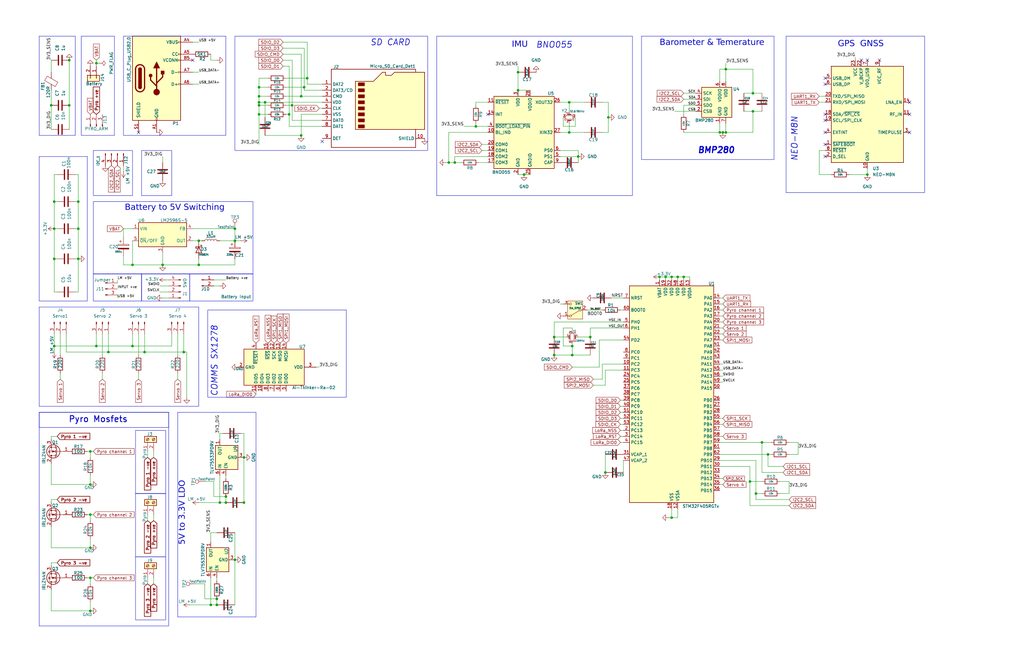
<source format=kicad_sch>
(kicad_sch (version 20231120) (generator "eeschema") (generator_version "8.0")
  (paper "USLedger")
  (title_block (title "STM32F405  Flight controller") (date "03-03-2025") (rev "0.1") (company "Future "))
  (junction (at 323.85 191.77))
  (junction (at 38.1 204.47))
  (junction (at 127 57.15))
  (junction (at 55.88 146.05))
  (junction (at 280.67 116.84))
  (junction (at 240.03 55.88))
  (junction (at 77.47 148.59))
  (junction (at 241.3 149.86))
  (junction (at 189.23 68.58))
  (junction (at 68.58 111.76))
  (junction (at 109.22 43.18))
  (junction (at 99.06 236.22))
  (junction (at 99.06 101.6))
  (junction (at 233.68 142.24))
  (junction (at 38.1 243.84))
  (junction (at 38.1 217.17))
  (junction (at 109.22 44.45))
  (junction (at 128.27 36.83))
  (junction (at 306.07 29.21))
  (junction (at 285.75 116.84))
  (junction (at 22.86 109.22))
  (junction (at 365.76 73.66))
  (junction (at 33.02 109.22))
  (junction (at 111.76 43.18))
  (junction (at 220.98 73.66))
  (junction (at 40.64 146.05))
  (junction (at 102.87 193.04))
  (junction (at 83.82 111.76))
  (junction (at 317.5 46.99))
  (junction (at 22.86 96.52))
  (junction (at 306.07 55.88))
  (junction (at 240.03 43.18))
  (junction (at 91.44 255.27))
  (junction (at 29.21 25.4))
  (junction (at 29.21 44.45))
  (junction (at 121.92 48.26))
  (junction (at 91.44 252.73))
  (junction (at 200.66 53.34))
  (junction (at 283.21 218.44))
  (junction (at 33.02 96.52))
  (junction (at 22.86 85.09))
  (junction (at 321.31 186.69))
  (junction (at 22.86 146.05))
  (junction (at 55.88 111.76))
  (junction (at 40.64 26.67))
  (junction (at 102.87 212.09))
  (junction (at 318.77 208.28))
  (junction (at 99.06 96.52))
  (junction (at 83.82 101.6))
  (junction (at 283.21 116.84))
  (junction (at 92.71 212.09))
  (junction (at 38.1 257.81))
  (junction (at 38.1 231.14))
  (junction (at 109.22 36.83))
  (junction (at 255.27 199.39))
  (junction (at 38.1 190.5))
  (junction (at 95.25 209.55))
  (junction (at 21.59 44.45))
  (junction (at 316.23 203.2))
  (junction (at 95.25 212.09))
  (junction (at 317.5 39.37))
  (junction (at 33.02 85.09))
  (junction (at 123.19 44.45))
  (junction (at 233.68 149.86))
  (junction (at 127 40.64))
  (junction (at 278.13 116.84))
  (junction (at 256.54 49.53))
  (junction (at 191.77 68.58))
  (junction (at 109.22 40.64))
  (junction (at 304.8 55.88))
  (junction (at 218.44 30.48))
  (junction (at 303.53 55.88))
  (junction (at 45.72 148.59))
  (junction (at 218.44 38.1))
  (junction (at 88.9 255.27))
  (junction (at 129.54 33.02))
  (junction (at 60.96 148.59))
  (junction (at 248.92 142.24))
  (junction (at 288.29 116.84))
  (junction (at 241.3 146.05))
  (junction (at 109.22 48.26))
  (junction (at 243.84 66.04))
  (no_connect (at 205.74 48.26))
  (no_connect (at 370.84 25.4))
  (no_connect (at 58.42 55.88))
  (no_connect (at 135.89 59.69))
  (no_connect (at 347.98 33.02))
  (no_connect (at 383.54 48.26))
  (no_connect (at 347.98 66.04))
  (no_connect (at 383.54 55.88))
  (no_connect (at 365.76 25.4))
  (no_connect (at 347.98 35.56))
  (no_connect (at 81.28 25.4))
  (no_connect (at 347.98 60.96))
  (no_connect (at 347.98 50.8))
  (no_connect (at 347.98 48.26))
  (no_connect (at 383.54 43.18))
  (no_connect (at 347.98 55.88))
  (no_connect (at 363.22 25.4))
  (wire (pts (xy 38.1 217.17) (xy 39.37 217.17)))
  (wire (pts (xy 78.74 148.59) (xy 77.47 148.59)))
  (wire (pts (xy 52.07 69.85) (xy 52.07 72.39)))
  (wire (pts (xy 109.22 36.83) (xy 109.22 33.02)))
  (wire (pts (xy 90.17 209.55) (xy 95.25 209.55)))
  (wire (pts (xy 303.53 140.97) (xy 304.8 140.97)))
  (wire (pts (xy 22.86 109.22) (xy 22.86 96.52)))
  (wire (pts (xy 250.19 162.56) (xy 255.27 162.56)))
  (wire (pts (xy 345.44 63.5) (xy 345.44 73.66)))
  (wire (pts (xy 22.86 96.52) (xy 24.13 96.52)))
  (wire (pts (xy 345.44 73.66) (xy 350.52 73.66)))
  (wire (pts (xy 58.42 149.86) (xy 58.42 140.97)))
  (wire (pts (xy 205.74 55.88) (xy 189.23 55.88)))
  (wire (pts (xy 68.58 125.73) (xy 71.12 125.73)))
  (wire (pts (xy 91.44 255.27) (xy 91.44 252.73)))
  (wire (pts (xy 109.22 33.02) (xy 113.03 33.02)))
  (wire (pts (xy 113.03 40.64) (xy 109.22 40.64)))
  (wire (pts (xy 64.77 190.5) (xy 64.77 193.04)))
  (wire (pts (xy 88.9 224.79) (xy 91.44 224.79)))
  (wire (pts (xy 31.75 123.19) (xy 33.02 123.19)))
  (wire (pts (xy 109.22 44.45) (xy 113.03 44.45)))
  (wire (pts (xy 68.58 66.04) (xy 68.58 68.58)))
  (wire (pts (xy 123.19 44.45) (xy 120.65 44.45)))
  (wire (pts (xy 33.02 85.09) (xy 31.75 85.09)))
  (wire (pts (xy 21.59 237.49) (xy 24.13 237.49)))
  (wire (pts (xy 121.92 27.94) (xy 119.38 27.94)))
  (wire (pts (xy 345.44 43.18) (xy 347.98 43.18)))
  (wire (pts (xy 304.8 176.53) (xy 303.53 176.53)))
  (wire (pts (xy 241.3 138.43) (xy 237.49 138.43)))
  (wire (pts (xy 281.94 218.44) (xy 283.21 218.44)))
  (wire (pts (xy 303.53 186.69) (xy 321.31 186.69)))
  (wire (pts (xy 129.54 17.78) (xy 129.54 33.02)))
  (wire (pts (xy 109.22 48.26) (xy 109.22 44.45)))
  (wire (pts (xy 21.59 204.47) (xy 38.1 204.47)))
  (wire (pts (xy 33.02 73.66) (xy 31.75 73.66)))
  (wire (pts (xy 129.54 35.56) (xy 135.89 35.56)))
  (wire (pts (xy 127 40.64) (xy 135.89 40.64)))
  (wire (pts (xy 109.22 40.64) (xy 109.22 43.18)))
  (wire (pts (xy 304.8 179.07) (xy 303.53 179.07)))
  (wire (pts (xy 321.31 203.2) (xy 316.23 203.2)))
  (wire (pts (xy 49.53 118.11) (xy 49.53 119.38)))
  (wire (pts (xy 304.8 204.47) (xy 303.53 204.47)))
  (wire (pts (xy 33.02 96.52) (xy 33.02 85.09)))
  (wire (pts (xy 261.62 130.81) (xy 262.89 130.81)))
  (wire (pts (xy 323.85 196.85) (xy 330.2 196.85)))
  (wire (pts (xy 45.72 148.59) (xy 45.72 140.97)))
  (wire (pts (xy 21.59 184.15) (xy 24.13 184.15)))
  (wire (pts (xy 254 153.67) (xy 254 160.02)))
  (wire (pts (xy 40.64 146.05) (xy 40.64 140.97)))
  (wire (pts (xy 99.06 96.52) (xy 99.06 101.6)))
  (wire (pts (xy 78.74 148.59) (xy 78.74 167.64)))
  (wire (pts (xy 88.9 22.86) (xy 88.9 25.4)))
  (wire (pts (xy 123.19 25.4) (xy 119.38 25.4)))
  (wire (pts (xy 60.96 140.97) (xy 60.96 148.59)))
  (wire (pts (xy 40.64 25.4) (xy 40.64 26.67)))
  (wire (pts (xy 345.44 40.64) (xy 347.98 40.64)))
  (wire (pts (xy 128.27 36.83) (xy 128.27 38.1)))
  (wire (pts (xy 31.75 109.22) (xy 33.02 109.22)))
  (wire (pts (xy 280.67 116.84) (xy 280.67 118.11)))
  (wire (pts (xy 29.21 25.4) (xy 29.21 44.45)))
  (wire (pts (xy 111.76 57.15) (xy 127 57.15)))
  (wire (pts (xy 218.44 30.48) (xy 218.44 38.1)))
  (wire (pts (xy 68.58 111.76) (xy 68.58 106.68)))
  (wire (pts (xy 241.3 149.86) (xy 248.92 149.86)))
  (wire (pts (xy 21.59 248.92) (xy 21.59 257.81)))
  (wire (pts (xy 43.18 160.02) (xy 43.18 157.48)))
  (wire (pts (xy 194.31 68.58) (xy 191.77 68.58)))
  (wire (pts (xy 86.36 252.73) (xy 91.44 252.73)))
  (wire (pts (xy 283.21 218.44) (xy 285.75 218.44)))
  (wire (pts (xy 74.93 149.86) (xy 74.93 140.97)))
  (wire (pts (xy 236.22 66.04) (xy 243.84 66.04)))
  (wire (pts (xy 252.73 154.94) (xy 252.73 143.51)))
  (wire (pts (xy 83.82 212.09) (xy 92.71 212.09)))
  (wire (pts (xy 109.22 60.96) (xy 109.22 48.26)))
  (wire (pts (xy 303.53 133.35) (xy 304.8 133.35)))
  (wire (pts (xy 102.87 212.09) (xy 102.87 193.04)))
  (wire (pts (xy 121.92 48.26) (xy 121.92 27.94)))
  (wire (pts (xy 113.03 36.83) (xy 109.22 36.83)))
  (wire (pts (xy 55.88 140.97) (xy 55.88 146.05)))
  (wire (pts (xy 285.75 116.84) (xy 285.75 118.11)))
  (wire (pts (xy 21.59 44.45) (xy 21.59 38.1)))
  (wire (pts (xy 241.3 144.78) (xy 241.3 146.05)))
  (wire (pts (xy 92.71 120.65) (xy 90.17 120.65)))
  (wire (pts (xy 128.27 36.83) (xy 120.65 36.83)))
  (wire (pts (xy 27.94 148.59) (xy 45.72 148.59)))
  (wire (pts (xy 83.82 17.78) (xy 81.28 17.78)))
  (wire (pts (xy 77.47 148.59) (xy 60.96 148.59)))
  (wire (pts (xy 304.8 138.43) (xy 303.53 138.43)))
  (wire (pts (xy 22.86 123.19) (xy 22.86 109.22)))
  (wire (pts (xy 40.64 26.67) (xy 41.91 26.67)))
  (wire (pts (xy 304.8 143.51) (xy 303.53 143.51)))
  (wire (pts (xy 83.82 109.22) (xy 83.82 111.76)))
  (wire (pts (xy 81.28 96.52) (xy 99.06 96.52)))
  (wire (pts (xy 317.5 46.99) (xy 321.31 46.99)))
  (wire (pts (xy 321.31 199.39) (xy 321.31 186.69)))
  (wire (pts (xy 55.88 111.76) (xy 68.58 111.76)))
  (wire (pts (xy 306.07 29.21) (xy 317.5 29.21)))
  (wire (pts (xy 111.76 43.18) (xy 135.89 43.18)))
  (wire (pts (xy 261.62 184.15) (xy 262.89 184.15)))
  (wire (pts (xy 129.54 33.02) (xy 129.54 35.56)))
  (wire (pts (xy 325.12 186.69) (xy 321.31 186.69)))
  (wire (pts (xy 29.21 54.61) (xy 29.21 44.45)))
  (wire (pts (xy 285.75 116.84) (xy 288.29 116.84)))
  (wire (pts (xy 288.29 41.91) (xy 293.37 41.91)))
  (wire (pts (xy 91.44 245.11) (xy 91.44 243.84)))
  (wire (pts (xy 25.4 149.86) (xy 25.4 140.97)))
  (wire (pts (xy 218.44 27.94) (xy 218.44 30.48)))
  (wire (pts (xy 95.25 118.11) (xy 90.17 118.11)))
  (wire (pts (xy 237.49 146.05) (xy 241.3 146.05)))
  (wire (pts (xy 92.71 212.09) (xy 95.25 212.09)))
  (wire (pts (xy 109.22 43.18) (xy 109.22 44.45)))
  (wire (pts (xy 237.49 138.43) (xy 237.49 146.05)))
  (wire (pts (xy 283.21 214.63) (xy 283.21 218.44)))
  (wire (pts (xy 233.68 135.89) (xy 262.89 135.89)))
  (wire (pts (xy 293.37 44.45) (xy 288.29 44.45)))
  (wire (pts (xy 203.2 60.96) (xy 205.74 60.96)))
  (wire (pts (xy 58.42 160.02) (xy 58.42 157.48)))
  (wire (pts (xy 248.92 138.43) (xy 262.89 138.43)))
  (wire (pts (xy 278.13 116.84) (xy 280.67 116.84)))
  (wire (pts (xy 303.53 161.29) (xy 304.8 161.29)))
  (wire (pts (xy 101.6 182.88) (xy 102.87 182.88)))
  (wire (pts (xy 40.64 26.67) (xy 40.64 27.94)))
  (wire (pts (xy 254 55.88) (xy 256.54 55.88)))
  (wire (pts (xy 303.53 135.89) (xy 304.8 135.89)))
  (wire (pts (xy 60.96 148.59) (xy 45.72 148.59)))
  (wire (pts (xy 92.71 182.88) (xy 92.71 185.42)))
  (wire (pts (xy 304.8 55.88) (xy 306.07 55.88)))
  (wire (pts (xy 92.71 200.66) (xy 92.71 212.09)))
  (wire (pts (xy 129.54 17.78) (xy 119.38 17.78)))
  (wire (pts (xy 316.23 203.2) (xy 316.23 196.85)))
  (wire (pts (xy 121.92 53.34) (xy 121.92 48.26)))
  (wire (pts (xy 316.23 196.85) (xy 303.53 196.85)))
  (wire (pts (xy 317.5 46.99) (xy 317.5 55.88)))
  (wire (pts (xy 278.13 116.84) (xy 278.13 118.11)))
  (wire (pts (xy 33.02 85.09) (xy 33.02 73.66)))
  (wire (pts (xy 62.23 217.17) (xy 62.23 219.71)))
  (wire (pts (xy 236.22 63.5) (xy 243.84 63.5)))
  (wire (pts (xy 21.59 44.45) (xy 21.59 54.61)))
  (wire (pts (xy 283.21 116.84) (xy 283.21 118.11)))
  (wire (pts (xy 303.53 29.21) (xy 303.53 34.29)))
  (wire (pts (xy 49.53 125.73) (xy 49.53 124.46)))
  (wire (pts (xy 261.62 171.45) (xy 262.89 171.45)))
  (wire (pts (xy 306.07 52.07) (xy 306.07 55.88)))
  (wire (pts (xy 254 160.02) (xy 250.19 160.02)))
  (wire (pts (xy 127 22.86) (xy 127 40.64)))
  (wire (pts (xy 243.84 142.24) (xy 248.92 142.24)))
  (wire (pts (xy 189.23 68.58) (xy 191.77 68.58)))
  (wire (pts (xy 304.8 130.81) (xy 303.53 130.81)))
  (wire (pts (xy 72.39 140.97) (xy 72.39 146.05)))
  (wire (pts (xy 21.59 210.82) (xy 24.13 210.82)))
  (wire (pts (xy 21.59 238.76) (xy 21.59 237.49)))
  (wire (pts (xy 99.06 224.79) (xy 99.06 236.22)))
  (wire (pts (xy 254 153.67) (xy 262.89 153.67)))
  (wire (pts (xy 72.39 146.05) (xy 55.88 146.05)))
  (wire (pts (xy 24.13 123.19) (xy 22.86 123.19)))
  (wire (pts (xy 121.92 48.26) (xy 120.65 48.26)))
  (wire (pts (xy 52.07 111.76) (xy 55.88 111.76)))
  (wire (pts (xy 200.66 52.07) (xy 200.66 53.34)))
  (wire (pts (xy 22.86 109.22) (xy 24.13 109.22)))
  (wire (pts (xy 52.07 96.52) (xy 52.07 100.33)))
  (wire (pts (xy 24.13 73.66) (xy 22.86 73.66)))
  (wire (pts (xy 22.86 96.52) (xy 22.86 85.09)))
  (wire (pts (xy 121.92 53.34) (xy 135.89 53.34)))
  (wire (pts (xy 77.47 140.97) (xy 77.47 148.59)))
  (wire (pts (xy 38.1 204.47) (xy 38.1 200.66)))
  (wire (pts (xy 82.55 246.38) (xy 86.36 246.38)))
  (wire (pts (xy 113.03 48.26) (xy 109.22 48.26)))
  (wire (pts (xy 246.38 55.88) (xy 240.03 55.88)))
  (wire (pts (xy 233.68 149.86) (xy 241.3 149.86)))
  (wire (pts (xy 255.27 156.21) (xy 262.89 156.21)))
  (wire (pts (xy 129.54 33.02) (xy 120.65 33.02)))
  (wire (pts (xy 33.02 109.22) (xy 33.02 96.52)))
  (wire (pts (xy 242.57 53.34) (xy 242.57 49.53)))
  (wire (pts (xy 38.1 190.5) (xy 39.37 190.5)))
  (wire (pts (xy 55.88 146.05) (xy 40.64 146.05)))
  (wire (pts (xy 316.23 213.36) (xy 316.23 203.2)))
  (wire (pts (xy 328.93 203.2) (xy 332.74 203.2)))
  (wire (pts (xy 316.23 213.36) (xy 332.74 213.36)))
  (wire (pts (xy 102.87 212.09) (xy 99.06 212.09)))
  (wire (pts (xy 123.19 44.45) (xy 123.19 25.4)))
  (wire (pts (xy 38.1 257.81) (xy 38.1 254)))
  (wire (pts (xy 64.77 243.84) (xy 64.77 246.38)))
  (wire (pts (xy 323.85 191.77) (xy 303.53 191.77)))
  (wire (pts (xy 107.95 165.1) (xy 107.95 166.37)))
  (wire (pts (xy 261.62 173.99) (xy 262.89 173.99)))
  (wire (pts (xy 252.73 143.51) (xy 262.89 143.51)))
  (wire (pts (xy 254 43.18) (xy 256.54 43.18)))
  (wire (pts (xy 86.36 246.38) (xy 86.36 252.73)))
  (wire (pts (xy 88.9 224.79) (xy 88.9 228.6)))
  (wire (pts (xy 360.68 24.13) (xy 360.68 25.4)))
  (wire (pts (xy 321.31 208.28) (xy 318.77 208.28)))
  (wire (pts (xy 128.27 20.32) (xy 128.27 36.83)))
  (wire (pts (xy 95.25 212.09) (xy 95.25 209.55)))
  (wire (pts (xy 62.23 190.5) (xy 62.23 193.04)))
  (wire (pts (xy 317.5 39.37) (xy 321.31 39.37)))
  (wire (pts (xy 243.84 68.58) (xy 243.84 66.04)))
  (wire (pts (xy 240.03 43.18) (xy 246.38 43.18)))
  (wire (pts (xy 25.4 160.02) (xy 25.4 157.48)))
  (wire (pts (xy 306.07 29.21) (xy 306.07 34.29)))
  (wire (pts (xy 243.84 63.5) (xy 243.84 66.04)))
  (wire (pts (xy 92.71 182.88) (xy 93.98 182.88)))
  (wire (pts (xy 111.76 43.18) (xy 111.76 49.53)))
  (wire (pts (xy 21.59 185.42) (xy 21.59 184.15)))
  (wire (pts (xy 236.22 43.18) (xy 240.03 43.18)))
  (wire (pts (xy 261.62 186.69) (xy 262.89 186.69)))
  (wire (pts (xy 248.92 138.43) (xy 248.92 142.24)))
  (wire (pts (xy 325.12 191.77) (xy 323.85 191.77)))
  (wire (pts (xy 21.59 212.09) (xy 21.59 210.82)))
  (wire (pts (xy 318.77 210.82) (xy 318.77 208.28)))
  (wire (pts (xy 303.53 153.67) (xy 304.8 153.67)))
  (wire (pts (xy 358.14 73.66) (xy 365.76 73.66)))
  (wire (pts (xy 99.06 109.22) (xy 99.06 111.76)))
  (wire (pts (xy 218.44 38.1) (xy 223.52 38.1)))
  (wire (pts (xy 187.96 68.58) (xy 189.23 68.58)))
  (wire (pts (xy 21.59 195.58) (xy 21.59 204.47)))
  (wire (pts (xy 240.03 52.07) (xy 240.03 55.88)))
  (wire (pts (xy 22.86 148.59) (xy 22.86 146.05)))
  (wire (pts (xy 313.69 39.37) (xy 317.5 39.37)))
  (wire (pts (xy 323.85 196.85) (xy 323.85 191.77)))
  (wire (pts (xy 74.93 160.02) (xy 74.93 157.48)))
  (wire (pts (xy 86.36 203.2) (xy 90.17 203.2)))
  (wire (pts (xy 69.85 118.11) (xy 71.12 118.11)))
  (wire (pts (xy 83.82 111.76) (xy 68.58 111.76)))
  (wire (pts (xy 92.71 101.6) (xy 99.06 101.6)))
  (wire (pts (xy 306.07 26.67) (xy 306.07 29.21)))
  (wire (pts (xy 31.75 96.52) (xy 33.02 96.52)))
  (wire (pts (xy 306.07 29.21) (xy 303.53 29.21)))
  (wire (pts (xy 200.66 53.34) (xy 205.74 53.34)))
  (wire (pts (xy 233.68 135.89) (xy 233.68 142.24)))
  (wire (pts (xy 99.06 111.76) (xy 83.82 111.76)))
  (wire (pts (xy 43.18 149.86) (xy 43.18 140.97)))
  (wire (pts (xy 195.58 53.34) (xy 200.66 53.34)))
  (wire (pts (xy 119.38 22.86) (xy 127 22.86)))
  (wire (pts (xy 123.19 50.8) (xy 135.89 50.8)))
  (wire (pts (xy 261.62 176.53) (xy 262.89 176.53)))
  (wire (pts (xy 205.74 66.04) (xy 191.77 66.04)))
  (wire (pts (xy 99.06 193.04) (xy 102.87 193.04)))
  (wire (pts (xy 256.54 49.53) (xy 256.54 55.88)))
  (wire (pts (xy 318.77 208.28) (xy 318.77 194.31)))
  (wire (pts (xy 247.65 130.81) (xy 254 130.81)))
  (wire (pts (xy 205.74 43.18) (xy 200.66 43.18)))
  (wire (pts (xy 62.23 243.84) (xy 62.23 246.38)))
  (wire (pts (xy 303.53 156.21) (xy 304.8 156.21)))
  (wire (pts (xy 313.69 46.99) (xy 317.5 46.99)))
  (wire (pts (xy 203.2 63.5) (xy 205.74 63.5)))
  (wire (pts (xy 290.83 116.84) (xy 288.29 116.84)))
  (wire (pts (xy 52.07 96.52) (xy 55.88 96.52)))
  (wire (pts (xy 38.1 231.14) (xy 38.1 227.33)))
  (wire (pts (xy 191.77 66.04) (xy 191.77 68.58)))
  (wire (pts (xy 285.75 214.63) (xy 285.75 218.44)))
  (wire (pts (xy 256.54 43.18) (xy 256.54 49.53)))
  (wire (pts (xy 261.62 181.61) (xy 262.89 181.61)))
  (wire (pts (xy 135.89 45.72) (xy 134.62 45.72)))
  (wire (pts (xy 21.59 231.14) (xy 38.1 231.14)))
  (wire (pts (xy 88.9 255.27) (xy 91.44 255.27)))
  (wire (pts (xy 67.31 120.65) (xy 71.12 120.65)))
  (wire (pts (xy 33.02 123.19) (xy 33.02 109.22)))
  (wire (pts (xy 55.88 101.6) (xy 55.88 111.76)))
  (wire (pts (xy 330.2 199.39) (xy 321.31 199.39)))
  (wire (pts (xy 22.86 140.97) (xy 22.86 146.05)))
  (wire (pts (xy 64.77 217.17) (xy 64.77 219.71)))
  (wire (pts (xy 255.27 191.77) (xy 255.27 199.39)))
  (wire (pts (xy 38.1 243.84) (xy 38.1 246.38)))
  (wire (pts (xy 288.29 39.37) (xy 293.37 39.37)))
  (wire (pts (xy 332.74 203.2) (xy 332.74 208.28)))
  (wire (pts (xy 306.07 55.88) (xy 317.5 55.88)))
  (wire (pts (xy 80.01 255.27) (xy 88.9 255.27)))
  (wire (pts (xy 127 40.64) (xy 120.65 40.64)))
  (wire (pts (xy 261.62 168.91) (xy 262.89 168.91)))
  (wire (pts (xy 318.77 194.31) (xy 303.53 194.31)))
  (wire (pts (xy 38.1 190.5) (xy 38.1 193.04)))
  (wire (pts (xy 303.53 158.75) (xy 304.8 158.75)))
  (wire (pts (xy 36.83 190.5) (xy 38.1 190.5)))
  (wire (pts (xy 290.83 116.84) (xy 290.83 118.11)))
  (wire (pts (xy 200.66 43.18) (xy 200.66 44.45)))
  (wire (pts (xy 21.59 222.25) (xy 21.59 231.14)))
  (wire (pts (xy 99.06 255.27) (xy 99.06 236.22)))
  (wire (pts (xy 88.9 243.84) (xy 88.9 255.27)))
  (wire (pts (xy 240.03 55.88) (xy 236.22 55.88)))
  (wire (pts (xy 218.44 73.66) (xy 220.98 73.66)))
  (wire (pts (xy 303.53 184.15) (xy 304.8 184.15)))
  (wire (pts (xy 317.5 29.21) (xy 317.5 39.37)))
  (wire (pts (xy 109.22 43.18) (xy 111.76 43.18)))
  (wire (pts (xy 83.82 30.48) (xy 81.28 30.48)))
  (wire (pts (xy 336.55 191.77) (xy 332.74 191.77)))
  (wire (pts (xy 83.82 101.6) (xy 85.09 101.6)))
  (wire (pts (xy 22.86 146.05) (xy 40.64 146.05)))
  (wire (pts (xy 283.21 116.84) (xy 285.75 116.84)))
  (wire (pts (xy 81.28 101.6) (xy 83.82 101.6)))
  (wire (pts (xy 128.27 38.1) (xy 135.89 38.1)))
  (wire (pts (xy 303.53 128.27) (xy 304.8 128.27)))
  (wire (pts (xy 128.27 20.32) (xy 119.38 20.32)))
  (wire (pts (xy 99.06 101.6) (xy 101.6 101.6)))
  (wire (pts (xy 189.23 55.88) (xy 189.23 68.58)))
  (wire (pts (xy 133.35 154.94) (xy 134.62 154.94)))
  (wire (pts (xy 233.68 142.24) (xy 238.76 142.24)))
  (wire (pts (xy 347.98 63.5) (xy 345.44 63.5)))
  (wire (pts (xy 241.3 154.94) (xy 252.73 154.94)))
  (wire (pts (xy 95.25 201.93) (xy 95.25 200.66)))
  (wire (pts (xy 280.67 116.84) (xy 283.21 116.84)))
  (wire (pts (xy 236.22 128.27) (xy 237.49 128.27)))
  (wire (pts (xy 332.74 208.28) (xy 328.93 208.28)))
  (wire (pts (xy 332.74 186.69) (xy 336.55 186.69)))
  (wire (pts (xy 303.53 201.93) (xy 304.8 201.93)))
  (wire (pts (xy 27.94 140.97) (xy 27.94 148.59)))
  (wire (pts (xy 127 48.26) (xy 127 57.15)))
  (wire (pts (xy 38.1 243.84) (xy 39.37 243.84)))
  (wire (pts (xy 241.3 146.05) (xy 241.3 149.86)))
  (wire (pts (xy 88.9 25.4) (xy 91.44 25.4)))
  (wire (pts (xy 36.83 243.84) (xy 38.1 243.84)))
  (wire (pts (xy 257.81 125.73) (xy 262.89 125.73)))
  (wire (pts (xy 261.62 179.07) (xy 262.89 179.07)))
  (wire (pts (xy 336.55 186.69) (xy 336.55 191.77)))
  (wire (pts (xy 22.86 85.09) (xy 24.13 85.09)))
  (wire (pts (xy 284.48 46.99) (xy 293.37 46.99)))
  (wire (pts (xy 52.07 107.95) (xy 52.07 111.76)))
  (wire (pts (xy 201.93 68.58) (xy 205.74 68.58)))
  (wire (pts (xy 288.29 44.45) (xy 288.29 48.26)))
  (wire (pts (xy 67.31 123.19) (xy 71.12 123.19)))
  (wire (pts (xy 135.89 48.26) (xy 127 48.26)))
  (wire (pts (xy 365.76 71.12) (xy 365.76 73.66)))
  (wire (pts (xy 303.53 125.73) (xy 304.8 125.73)))
  (wire (pts (xy 102.87 182.88) (xy 102.87 193.04)))
  (wire (pts (xy 237.49 53.34) (xy 242.57 53.34)))
  (wire (pts (xy 36.83 217.17) (xy 38.1 217.17)))
  (wire (pts (xy 303.53 55.88) (xy 304.8 55.88)))
  (wire (pts (xy 220.98 73.66) (xy 223.52 73.66)))
  (wire (pts (xy 109.22 40.64) (xy 109.22 36.83)))
  (wire (pts (xy 288.29 116.84) (xy 288.29 118.11)))
  (wire (pts (xy 288.29 55.88) (xy 303.53 55.88)))
  (wire (pts (xy 240.03 43.18) (xy 240.03 46.99)))
  (wire (pts (xy 332.74 210.82) (xy 318.77 210.82)))
  (wire (pts (xy 262.89 199.39) (xy 262.89 194.31)))
  (wire (pts (xy 237.49 49.53) (xy 237.49 53.34)))
  (wire (pts (xy 38.1 217.17) (xy 38.1 219.71)))
  (wire (pts (xy 255.27 162.56) (xy 255.27 156.21)))
  (wire (pts (xy 90.17 203.2) (xy 90.17 209.55)))
  (wire (pts (xy 241.3 139.7) (xy 241.3 138.43)))
  (wire (pts (xy 83.82 35.56) (xy 81.28 35.56)))
  (wire (pts (xy 21.59 30.48) (xy 21.59 25.4)))
  (wire (pts (xy 303.53 55.88) (xy 303.53 52.07)))
  (wire (pts (xy 21.59 257.81) (xy 38.1 257.81)))
  (wire (pts (xy 123.19 50.8) (xy 123.19 44.45)))
  (wire (pts (xy 22.86 85.09) (xy 22.86 73.66)))
  (rectangle (start 52.07 15.24) (end 95.25 57.15))
  (rectangle (start 16.51 173.99) (end 71.12 180.34))
  (rectangle (start 80.01 115.57) (end 106.68 127))
  (rectangle (start 59.69 115.57) (end 80.01 127))
  (rectangle (start 16.51 129.54) (end 83.82 171.45))
  (rectangle (start 270.51 15.24) (end 326.39 67.31))
  (rectangle (start 59.69 63.5) (end 72.39 82.55))
  (rectangle (start 16.51 15.24) (end 31.75 57.15))
  (rectangle (start 184.15 15.24) (end 266.7 82.55))
  (rectangle (start 57.15 208.28) (end 69.85 234.95))
  (rectangle (start 57.15 234.95) (end 69.85 261.62))
  (rectangle (start 39.37 85.09) (end 106.68 115.57))
  (rectangle (start 16.51 173.99) (end 71.12 264.16))
  (rectangle (start 39.37 63.5) (end 55.88 82.55))
  (rectangle (start 331.47 15.24) (end 389.89 81.28))
  (rectangle (start 57.15 181.61) (end 69.85 208.28))
  (rectangle (start 74.93 260.35) (end 107.95 173.99))
  (rectangle (start 39.37 115.57) (end 59.69 127))
  (rectangle (start 16.51 66.04) (end 36.83 127))
  (rectangle (start 34.29 15.24) (end 48.26 57.15))
  (rectangle (start 99.06 63.5) (end 180.34 15.24))
  (rectangle (start 87.63 130.81) (end 146.05 167.64))
  (text "IMU" (at 219.202 19.558 0) (effects (font (size 2.54 2.54))))
  (text "BMP280" (at 302.006 63.5 0) (effects (font (size 2.54 2.54) (thickness 0.508) (bold yes) (italic yes))))
  (text "5V to 3.3V LDO" (at 77.47 216.408 90) (effects (font (size 2.54 2.54))))
  (text "GPS  GNSS" (at 362.966 19.304 0) (effects (font (size 2.54 2.54))))
  (text "Pyro Mosfets" (at 41.402 177.038 0) (effects (font (size 2.54 2.54) (thickness 0.3556) (bold yes))))
  (text "Barometer & Temerature" (at 300.228 18.796 0) (effects (font (size 2.54 2.54))))
  (text "Battery to 5V Switching" (at 73.66 88.392 0) (effects (font (size 2.54 2.54))))
  (text "SD CARD" (at 164.592 18.034 0) (effects (font (size 2.54 2.54) (thickness 0.254) (bold yes) (italic yes))))
  (text "NEO-M8N" (at 335.026 58.674 90) (effects (font (size 2.54 2.54) (thickness 0.254) (bold yes) (italic yes))))
  (text "COMMS SX1278" (at 90.424 152.4 90) (effects (font (size 2.54 2.54) (thickness 0.254) (bold yes) (italic yes))))
  (text "BNO055" (at 233.68 19.05 0) (effects (font (size 2.54 2.54) (thickness 0.254) (bold yes) (italic yes))))
  (label "3V3_DIG" (at 236.22 128.27 180))
  (label "LM +5V" (at 49.53 118.11 0) (effects (font (size 1.016 1.016))))
  (label "3V3_SENS" (at 306.07 26.67 0))
  (label "USB_DATA+" (at 83.82 35.56 0) (effects (font (size 1.016 1.016))))
  (label "HSE_IN" (at 256.54 135.89 0) (effects (font (size 1.016 1.016))))
  (label "3V3_DIG" (at 109.22 60.96 180))
  (label "3V3_DIG" (at 332.74 205.74 0))
  (label "SWDIO" (at 67.31 120.65 180) (effects (font (size 1.016 1.016))))
  (label "NRST" (at 257.81 125.73 0))
  (label "3V3_SENS" (at 195.58 53.34 180))
  (label "HSE_OUT" (at 256.54 138.43 0) (effects (font (size 1.016 1.016))))
  (label "3V3_DIG" (at 134.62 154.94 0))
  (label "SW_BOOT" (at 248.92 130.81 0) (effects (font (size 0.635 0.635))))
  (label "CSB" (at 293.37 46.99 180) (effects (font (size 1.016 1.016))))
  (label "3V3_SENS" (at 284.48 46.99 180))
  (label "3V3_SENS" (at 21.59 25.4 90))
  (label "SCK" (at 293.37 39.37 180) (effects (font (size 1.016 1.016))))
  (label "SDO" (at 293.37 44.45 180) (effects (font (size 1.016 1.016))))
  (label "3V3_DIG" (at 336.55 189.23 0))
  (label "3V3_DIG" (at 68.58 66.04 180))
  (label "USB +5V" (at 49.53 125.73 0) (effects (font (size 1.016 1.016))))
  (label "USB_DATA+" (at 304.8 156.21 0) (effects (font (size 1.016 1.016))))
  (label "SDA" (at 293.37 41.91 180) (effects (font (size 1.016 1.016))))
  (label "USB +5V" (at 83.82 17.78 0) (effects (font (size 1.016 1.016))))
  (label "BOOT0" (at 247.65 133.35 0))
  (label "3V3_SENS" (at 88.9 224.79 90))
  (label "USB_DATA-" (at 83.82 30.48 0) (effects (font (size 1.016 1.016))))
  (label "SWCLK" (at 304.8 161.29 0) (effects (font (size 1.016 1.016))))
  (label "3V3_SENS" (at 218.44 27.94 180))
  (label "3V3_DIG" (at 92.71 182.88 90))
  (label "USB_DATA-" (at 304.8 153.67 0) (effects (font (size 1.016 1.016))))
  (label "3V3_DIG" (at 21.59 54.61 90))
  (label "SWDIO" (at 304.8 158.75 0) (effects (font (size 1.016 1.016))))
  (label "INPUT +ve" (at 49.53 121.92 0) (effects (font (size 1.016 1.016))))
  (label "3V3_DIG" (at 360.68 24.13 180))
  (label "SWCLK" (at 67.31 123.19 180) (effects (font (size 1.016 1.016))))
  (label "Battery +ve" (at 95.25 118.11 0) (effects (font (size 1.016 1.016))))
  (global_label "UART1_TX" (shape input) (at 304.8 125.73 0) (property "Intersheetrefs" "${INTERSHEET_REFS}" (effects (hide yes))))
  (global_label "Servo 1" (shape input) (at 25.4 160.02 270) (property "Intersheetrefs" "${INTERSHEET_REFS}" (effects (hide yes))))
  (global_label "LoRa_RST" (shape input) (at 107.95 144.78 90) (property "Intersheetrefs" "${INTERSHEET_REFS}" (effects (hide yes))))
  (global_label "SDIO_CMD" (shape input) (at 241.3 154.94 180) (property "Intersheetrefs" "${INTERSHEET_REFS}" (effects (hide yes))))
  (global_label "SDIO_CK" (shape input) (at 134.62 45.72 180) (property "Intersheetrefs" "${INTERSHEET_REFS}" (effects (hide yes))))
  (global_label "Pyro 3 -ve" (shape input) (at 24.13 237.49 0) (effects (font (thickness 0.254) (bold yes))) (property "Intersheetrefs" "${INTERSHEET_REFS}" (effects (hide yes))))
  (global_label "VBAT" (shape input) (at 52.07 96.52 180) (property "Intersheetrefs" "${INTERSHEET_REFS}" (effects (hide yes))))
  (global_label "SPI1_MISO" (shape input) (at 304.8 179.07 0) (property "Intersheetrefs" "${INTERSHEET_REFS}" (effects (hide yes))))
  (global_label "Servo 2" (shape input) (at 304.8 140.97 0) (property "Intersheetrefs" "${INTERSHEET_REFS}" (effects (hide yes))))
  (global_label "Servo 3" (shape input) (at 58.42 160.02 270) (property "Intersheetrefs" "${INTERSHEET_REFS}" (effects (hide yes))))
  (global_label "SPI2_SCK" (shape input) (at 304.8 201.93 0) (effects (font (size 1.016 1.016))) (property "Intersheetrefs" "${INTERSHEET_REFS}" (effects (hide yes))))
  (global_label "Pyro +ve" (shape input) (at 64.77 193.04 270) (effects (font (thickness 0.254) (bold yes))) (property "Intersheetrefs" "${INTERSHEET_REFS}" (effects (hide yes))))
  (global_label "SDIO_CMD" (shape input) (at 119.38 22.86 180) (property "Intersheetrefs" "${INTERSHEET_REFS}" (effects (hide yes))))
  (global_label "Pyro channel 1" (shape input) (at 304.8 130.81 0) (property "Intersheetrefs" "${INTERSHEET_REFS}" (effects (hide yes))))
  (global_label "Pyro channel 2" (shape input) (at 304.8 133.35 0) (property "Intersheetrefs" "${INTERSHEET_REFS}" (effects (hide yes))))
  (global_label "SDIO_D3" (shape input) (at 119.38 20.32 180) (property "Intersheetrefs" "${INTERSHEET_REFS}" (effects (hide yes))))
  (global_label "I2C1_SDA" (shape input) (at 330.2 199.39 0) (property "Intersheetrefs" "${INTERSHEET_REFS}" (effects (hide yes))))
  (global_label "SPI2_MISO" (shape input) (at 250.19 160.02 180) (property "Intersheetrefs" "${INTERSHEET_REFS}" (effects (hide yes))))
  (global_label "SDIO_D0" (shape input) (at 261.62 168.91 180) (property "Intersheetrefs" "${INTERSHEET_REFS}" (effects (hide yes))))
  (global_label "VBAT" (shape input) (at 38.1 48.26 90) (property "Intersheetrefs" "${INTERSHEET_REFS}" (effects (hide yes))))
  (global_label "I2C2_SDA" (shape input) (at 46.99 69.85 270) (property "Intersheetrefs" "${INTERSHEET_REFS}" (effects (hide yes))))
  (global_label "I2C2_SDA" (shape input) (at 288.29 41.91 180) (property "Intersheetrefs" "${INTERSHEET_REFS}" (effects (hide yes))))
  (global_label "VBAT" (shape input) (at 40.64 25.4 90) (property "Intersheetrefs" "${INTERSHEET_REFS}" (effects (hide yes))))
  (global_label "LoRa_DIO0" (shape input) (at 261.62 186.69 180) (property "Intersheetrefs" "${INTERSHEET_REFS}" (effects (hide yes))))
  (global_label "LoRa_RST" (shape input) (at 261.62 184.15 180) (property "Intersheetrefs" "${INTERSHEET_REFS}" (effects (hide yes))))
  (global_label "LoRa_NSS" (shape input) (at 113.03 144.78 90) (property "Intersheetrefs" "${INTERSHEET_REFS}" (effects (hide yes))))
  (global_label "SPI1_MOSI" (shape input) (at 120.65 144.78 90) (property "Intersheetrefs" "${INTERSHEET_REFS}" (effects (hide yes))))
  (global_label "LoRa_DIO0" (shape input) (at 107.95 166.37 180) (property "Intersheetrefs" "${INTERSHEET_REFS}" (effects (hide yes))))
  (global_label "SDIO_D2" (shape input) (at 119.38 17.78 180) (property "Intersheetrefs" "${INTERSHEET_REFS}" (effects (hide yes))))
  (global_label "I2C2_SDA" (shape input) (at 332.74 213.36 0) (property "Intersheetrefs" "${INTERSHEET_REFS}" (effects (hide yes))))
  (global_label "Pyro channel 3" (shape input) (at 39.37 243.84 0) (property "Intersheetrefs" "${INTERSHEET_REFS}" (effects (hide yes))))
  (global_label "Pyro 3 -ve" (shape input) (at 62.23 246.38 270) (effects (font (thickness 0.254) (bold yes))) (property "Intersheetrefs" "${INTERSHEET_REFS}" (effects (hide yes))))
  (global_label "UART1_RX" (shape input) (at 304.8 128.27 0) (property "Intersheetrefs" "${INTERSHEET_REFS}" (effects (hide yes))))
  (global_label "SDIO_D0" (shape input) (at 119.38 25.4 180) (property "Intersheetrefs" "${INTERSHEET_REFS}" (effects (hide yes))))
  (global_label "SDIO_D1" (shape input) (at 261.62 171.45 180) (property "Intersheetrefs" "${INTERSHEET_REFS}" (effects (hide yes))))
  (global_label "SPI1_SCK" (shape input) (at 304.8 176.53 0) (property "Intersheetrefs" "${INTERSHEET_REFS}" (effects (hide yes))))
  (global_label "Pyro channel 3" (shape input) (at 304.8 135.89 0) (property "Intersheetrefs" "${INTERSHEET_REFS}" (effects (hide yes))))
  (global_label "I2C2_SCL" (shape input) (at 288.29 39.37 180) (property "Intersheetrefs" "${INTERSHEET_REFS}" (effects (hide yes))))
  (global_label "Servo 1" (shape input) (at 304.8 138.43 0) (property "Intersheetrefs" "${INTERSHEET_REFS}" (effects (hide yes))))
  (global_label "Pyro channel 2" (shape input) (at 39.37 217.17 0) (property "Intersheetrefs" "${INTERSHEET_REFS}" (effects (hide yes))))
  (global_label "SPI1_MOSI" (shape input) (at 304.8 143.51 0) (property "Intersheetrefs" "${INTERSHEET_REFS}" (effects (hide yes))))
  (global_label "UART1_TX" (shape input) (at 345.44 43.18 180) (property "Intersheetrefs" "${INTERSHEET_REFS}" (effects (hide yes))))
  (global_label "Servo 4" (shape input) (at 74.93 160.02 270) (property "Intersheetrefs" "${INTERSHEET_REFS}" (effects (hide yes))))
  (global_label "SDIO_D2" (shape input) (at 261.62 173.99 180) (property "Intersheetrefs" "${INTERSHEET_REFS}" (effects (hide yes))))
  (global_label "Servo 3" (shape input) (at 304.8 184.15 0) (property "Intersheetrefs" "${INTERSHEET_REFS}" (effects (hide yes))))
  (global_label "I2C2_SCL" (shape input) (at 203.2 63.5 180) (property "Intersheetrefs" "${INTERSHEET_REFS}" (effects (hide yes))))
  (global_label "SPI2_MOSI" (shape input) (at 250.19 162.56 180) (property "Intersheetrefs" "${INTERSHEET_REFS}" (effects (hide yes))))
  (global_label "I2C2_SCL" (shape input) (at 49.53 69.85 270) (property "Intersheetrefs" "${INTERSHEET_REFS}" (effects (hide yes))))
  (global_label "UART1_RX" (shape input) (at 345.44 40.64 180) (property "Intersheetrefs" "${INTERSHEET_REFS}" (effects (hide yes))))
  (global_label "Pyro 1 -ve" (shape input) (at 62.23 193.04 270) (effects (font (thickness 0.254) (bold yes))) (property "Intersheetrefs" "${INTERSHEET_REFS}" (effects (hide yes))))
  (global_label "SPI1_SCK" (shape input) (at 115.57 144.78 90) (property "Intersheetrefs" "${INTERSHEET_REFS}" (effects (hide yes))))
  (global_label "Pyro +ve" (shape input) (at 64.77 246.38 270) (effects (font (thickness 0.254) (bold yes))) (property "Intersheetrefs" "${INTERSHEET_REFS}" (effects (hide yes))))
  (global_label "Pyro 2 -ve" (shape input) (at 62.23 219.71 270) (effects (font (thickness 0.254) (bold yes))) (property "Intersheetrefs" "${INTERSHEET_REFS}" (effects (hide yes))))
  (global_label "Pyro +ve" (shape input) (at 40.64 48.26 90) (effects (font (thickness 0.254) (bold yes))) (property "Intersheetrefs" "${INTERSHEET_REFS}" (effects (hide yes))))
  (global_label "Pyro 2 -ve" (shape input) (at 24.13 210.82 0) (effects (font (thickness 0.254) (bold yes))) (property "Intersheetrefs" "${INTERSHEET_REFS}" (effects (hide yes))))
  (global_label "Servo 2" (shape input) (at 43.18 160.02 270) (property "Intersheetrefs" "${INTERSHEET_REFS}" (effects (hide yes))))
  (global_label "Pyro 1 -ve" (shape input) (at 24.13 184.15 0) (effects (font (thickness 0.254) (bold yes))) (property "Intersheetrefs" "${INTERSHEET_REFS}" (effects (hide yes))))
  (global_label "I2C2_SCL" (shape input) (at 332.74 210.82 0) (property "Intersheetrefs" "${INTERSHEET_REFS}" (effects (hide yes))))
  (global_label "SPI1_MISO" (shape input) (at 118.11 144.78 90) (property "Intersheetrefs" "${INTERSHEET_REFS}" (effects (hide yes))))
  (global_label "SDIO_CK" (shape input) (at 261.62 179.07 180) (property "Intersheetrefs" "${INTERSHEET_REFS}" (effects (hide yes))))
  (global_label "I2C2_SDA" (shape input) (at 203.2 60.96 180) (property "Intersheetrefs" "${INTERSHEET_REFS}" (effects (hide yes))))
  (global_label "LoRa_NSS" (shape input) (at 261.62 181.61 180) (property "Intersheetrefs" "${INTERSHEET_REFS}" (effects (hide yes))))
  (global_label "I2C1_SCL" (shape input) (at 330.2 196.85 0) (property "Intersheetrefs" "${INTERSHEET_REFS}" (effects (hide yes))))
  (global_label "Pyro +ve" (shape input) (at 64.77 219.71 270) (effects (font (thickness 0.254) (bold yes))) (property "Intersheetrefs" "${INTERSHEET_REFS}" (effects (hide yes))))
  (global_label "SDIO_D1" (shape input) (at 119.38 27.94 180) (property "Intersheetrefs" "${INTERSHEET_REFS}" (effects (hide yes))))
  (global_label "SDIO_D3" (shape input) (at 261.62 176.53 180) (property "Intersheetrefs" "${INTERSHEET_REFS}" (effects (hide yes))))
  (global_label "Servo 4" (shape input) (at 304.8 204.47 0) (property "Intersheetrefs" "${INTERSHEET_REFS}" (effects (hide yes))))
  (global_label "Pyro channel 1" (shape input) (at 39.37 190.5 0) (property "Intersheetrefs" "${INTERSHEET_REFS}" (effects (hide yes))))
  (symbol (lib_id "Device:R") (at 38.1 223.52 0) (unit 1)
    (property "Reference" "R24" (at 36.068 225.552 90) (effects (justify left)))
    (property "Value" "10k" (at 38.1 225.552 90) (effects (justify left)))
    (property "Description" "Resistor" (effects (hide yes)))
  )
  (symbol (lib_id "Regulator_Switching:LM2596S-5") (at 68.58 99.06 0) (unit 1)
    (property "Reference" "U6" (at 59.69 92.964 0))
    (property "Value" "LM2596S-5" (at 73.406 92.964 0))
    (property "Footprint" "Package_TO_SOT_SMD:TO-263-5_TabPin3" (effects (hide yes)))
    (property "Datasheet" "http://www.ti.com/lit/ds/symlink/lm2596.pdf" (effects (hide yes)))
    (property "Description" "5V 3A Step-Down Voltage Regulator, TO-263" (effects (hide yes)))
  )
  (symbol (lib_id "Connector:Conn_01x03_Pin") (at 58.42 135.89 270) (unit 1)
    (property "Reference" "J6" (at 58.42 130.81 90))
    (property "Value" "Servo 3" (at 58.42 133.35 90))
    (property "Description" "Generic connector, single row, 01x03, script generated" (effects (hide yes)))
  )
  (symbol (lib_id "power:GND") (at 68.58 125.73 270) (unit 1)
    (property "Reference" "#PWR016" (effects (hide yes)))
    (property "Value" "GND" (at 64.008 125.73 90))
    (property "Description" "Power symbol creates a global label with name \"GND\" , ground" (effects (hide yes)))
  )
  (symbol (lib_id "Device:C") (at 97.79 182.88 270) (unit 1)
    (property "Reference" "C13" (at 99.822 183.134 0) (effects (justify left)))
    (property "Value" "1uF" (at 97.79 181.102 0) (effects (justify left)))
    (property "Footprint" "Capacitor_SMD:C_0402_1005Metric" (effects (hide yes)))
    (property "Description" "Unpolarized capacitor" (effects (hide yes)))
  )
  (symbol (lib_id "RF_Module:Ai-Thinker-Ra-02") (at 115.57 154.94 270) (unit 1)
    (property "Reference" "U7" (at 127.508 146.304 90))
    (property "Value" "Ai-Thinker-Ra-02" (at 132.334 163.576 90))
    (property "Footprint" "RF_Module:Ai-Thinker-Ra-01-LoRa" (effects (hide yes)))
    (property "Datasheet" "http://wiki.ai-thinker.com/_media/lora/docs/c048ps01a1_ra-02_product_specification_v1.1.pdf" (effects (hide yes)))
    (property "Description" "Ai-Thinker Ra-02 410-525 MHz LoRa Module, SPI interface, U.FL antenna connector" (effects (hide yes)))
  )
  (symbol (lib_id "Connector:Conn_01x02_Pin") (at 85.09 118.11 0) (unit 1)
    (property "Reference" "J10" (at 84.836 121.92 0) (effects (justify left)))
    (property "Value" "Battery Input" (at 93.218 125.222 0) (effects (justify left)))
    (property "Description" "Generic connector, single row, 01x02, script generated" (effects (hide yes)))
  )
  (symbol (lib_id "Device:C") (at 99.06 212.09 270) (unit 1)
    (property "Reference" "C12" (at 101.092 212.344 0) (effects (font (size 0.001 0.001)) (justify left)))
    (property "Value" "1uF" (at 99.06 210.312 0) (effects (justify left)))
    (property "Footprint" "Capacitor_SMD:C_0402_1005Metric" (effects (hide yes)))
    (property "Description" "Unpolarized capacitor" (effects (hide yes)))
  )
  (symbol (lib_id "power:GND") (at 38.1 231.14 90) (unit 1)
    (property "Reference" "#PWR039" (effects (hide yes)))
    (property "Value" "GND" (at 37.592 232.41 90))
    (property "Description" "Power symbol creates a global label with name \"GND\" , ground" (effects (hide yes)))
  )
  (symbol (lib_id "Device:R") (at 354.33 73.66 90) (unit 1)
    (property "Reference" "R4" (at 354.33 71.882 90))
    (property "Value" "10k" (at 354.33 73.66 90) (effects (font (size 0.762 0.762))))
    (property "Description" "Resistor" (effects (hide yes)))
  )
  (symbol (lib_id "Device:C") (at 25.4 44.45 90) (unit 1)
    (property "Reference" "C7" (at 24.1299 40.64 0) (effects (justify left)))
    (property "Value" "1u" (at 26.6699 40.64 0) (effects (justify left)))
    (property "Footprint" "Capacitor_SMD:C_0603_1608Metric_Pad1.08x0.95mm_HandSolder" (effects (hide yes)))
    (property "Description" "Unpolarized capacitor" (effects (hide yes)))
  )
  (symbol (lib_id "Device:R") (at 257.81 130.81 90) (unit 1)
    (property "Reference" "R1" (at 257.556 128.778 90))
    (property "Value" "10k" (at 257.81 131.064 90))
    (property "Description" "Resistor" (effects (hide yes)))
  )
  (symbol (lib_id "Connector:Conn_01x04_Pin") (at 76.2 123.19 180) (unit 1)
    (property "Reference" "J1" (at 77.978 123.952 0))
    (property "Value" "SWD" (at 77.978 119.38 90))
    (property "Footprint" "Connector_PinHeader_2.54mm:PinHeader_1x04_P2.54mm_Vertical" (effects (hide yes)))
    (property "Description" "Generic connector, single row, 01x04, script generated" (effects (hide yes)))
  )
  (symbol (lib_id "power:GND") (at 102.87 193.04 90) (unit 1)
    (property "Reference" "#PWR017" (effects (hide yes)))
    (property "Value" "GND" (at 106.934 193.04 0))
    (property "Description" "Power symbol creates a global label with name \"GND\" , ground" (effects (hide yes)))
  )
  (symbol (lib_id "power:GND") (at 237.49 133.35 270) (unit 1)
    (property "Reference" "#PWR09" (effects (hide yes)))
    (property "Value" "GND" (effects (hide yes)))
    (property "Description" "Power symbol creates a global label with name \"GND\" , ground" (effects (hide yes)))
  )
  (symbol (lib_id "Device:C") (at 27.94 96.52 90) (unit 1)
    (property "Reference" "C3" (at 26.6699 92.71 0) (effects (justify left)))
    (property "Value" "100n" (at 29.2099 92.71 0) (effects (justify left)))
    (property "Footprint" "Capacitor_SMD:C_0402_1005Metric" (effects (hide yes)))
    (property "Description" "Unpolarized capacitor" (effects (hide yes)))
  )
  (symbol (lib_id "Device:R") (at 38.1 196.85 0) (unit 1)
    (property "Reference" "R18" (at 36.068 198.882 90) (effects (justify left)))
    (property "Value" "10k" (at 38.1 198.882 90) (effects (justify left)))
    (property "Description" "Resistor" (effects (hide yes)))
  )
  (symbol (lib_id "Device:R") (at 198.12 68.58 90) (unit 1)
    (property "Reference" "R8" (at 198.12 70.866 90))
    (property "Value" "10k" (at 198.12 68.58 90) (effects (font (size 0.762 0.762))))
    (property "Description" "Resistor" (effects (hide yes)))
  )
  (symbol (lib_id "power:+5V") (at 101.6 101.6 270) (unit 1)
    (property "Reference" "#PWR042" (effects (hide yes)))
    (property "Value" "LM +5V" (at 99.06 100.076 90) (effects (justify left)))
    (property "Description" "Power symbol creates a global label with name \"+5V\"" (effects (hide yes)))
  )
  (symbol (lib_id "power:GND") (at 44.45 69.85 0) (unit 1)
    (property "Reference" "#PWR045" (effects (hide yes)))
    (property "Value" "GND" (effects (hide yes)))
    (property "Description" "Power symbol creates a global label with name \"GND\" , ground" (effects (hide yes)))
  )
  (symbol (lib_id "Device:R") (at 95.25 205.74 0) (unit 1)
    (property "Reference" "R3" (at 97.282 205.74 90))
    (property "Value" "100k" (at 95.25 205.74 90) (effects (font (size 0.762 0.762))))
    (property "Description" "Resistor" (effects (hide yes)))
  )
  (symbol (lib_id "Connector:Screw_Terminal_01x02") (at 62.23 238.76 90) (unit 1)
    (property "Reference" "J9" (at 61.976 236.474 90) (effects (justify right)))
    (property "Value" "Pyro" (at 60.96 242.57 0) (effects (justify right)))
    (property "Description" "Generic screw terminal, single row, 01x02, script generated (kicad-library-utils/schlib/autogen/connector/)" (effects (hide yes)))
  )
  (symbol (lib_id "Sensor_Pressure:BMP280") (at 303.53 44.45 0) (unit 1)
    (property "Reference" "U4" (at 309.118 37.592 0) (effects (justify left)))
    (property "Value" "BMP280" (at 293.116 50.8 0) (effects (justify left)))
    (property "Footprint" "Package_LGA:Bosch_LGA-8_2x2.5mm_P0.65mm_ClockwisePinNumbering" (effects (hide yes)))
    (property "Datasheet" "https://ae-bst.resource.bosch.com/media/_tech/media/datasheets/BST-BMP280-DS001.pdf" (effects (hide yes)))
    (property "Description" "Absolute Barometric Pressure Sensor, LGA-8" (effects (hide yes)))
  )
  (symbol (lib_id "power:GND") (at 304.8 55.88 0) (unit 1)
    (property "Reference" "#PWR022" (effects (hide yes)))
    (property "Value" "GND" (effects (hide yes)))
    (property "Description" "Power symbol creates a global label with name \"GND\" , ground" (effects (hide yes)))
  )
  (symbol (lib_id "power:PWR_FLAG") (at 41.91 26.67 270) (unit 1)
    (property "Reference" "#FLG01" (effects (hide yes)))
    (property "Value" "PWR_FLAG" (at 46.99 26.67 0))
    (property "Description" "Special symbol for telling ERC where power comes from" (effects (hide yes)))
  )
  (symbol (lib_id "Device:C") (at 313.69 43.18 0) (unit 1)
    (property "Reference" "C15" (at 313.944 41.402 0) (effects (font (size 0.762 0.762)) (justify left)))
    (property "Value" "1uf" (at 312.928 43.18 0) (effects (font (size 0.762 0.762)) (justify left)))
    (property "Footprint" "Capacitor_SMD:C_0603_1608Metric" (effects (hide yes)))
    (property "Description" "Unpolarized capacitor" (effects (hide yes)))
  )
  (symbol (lib_id "MCU_ST_STM32F4:STM32F405RGTx") (at 283.21 166.37 0) (unit 1)
    (property "Reference" "U1" (at 298.704 119.634 0) (effects (justify left)))
    (property "Value" "STM32F405RGTx" (at 287.782 213.614 0) (effects (justify left)))
    (property "Footprint" "Package_QFP:LQFP-64_10x10mm_P0.5mm" (effects (hide yes)))
    (property "Datasheet" "https://www.st.com/resource/en/datasheet/stm32f405rg.pdf" (effects (hide yes)))
    (property "Description" "STMicroelectronics Arm Cortex-M4 MCU, 1024KB flash, 192KB RAM, 168 MHz, 1.8-3.6V, 51 GPIO, LQFP64" (effects (hide yes)))
  )
  (symbol (lib_id "Device:R") (at 25.4 153.67 0) (unit 1)
    (property "Reference" "R19" (at 23.368 155.702 90) (effects (justify left)))
    (property "Value" "220" (at 25.4 155.448 90) (effects (justify left)))
    (property "Description" "Resistor" (effects (hide yes)))
  )
  (symbol (lib_id "power:GND") (at 365.76 73.66 0) (unit 1)
    (property "Reference" "#PWR020" (effects (hide yes)))
    (property "Value" "GND" (at 365.76 78.74 0))
    (property "Description" "Power symbol creates a global label with name \"GND\" , ground" (effects (hide yes)))
  )
  (symbol (lib_id "Connector:Conn_01x04_Pin") (at 49.53 64.77 270) (unit 1)
    (property "Reference" "J12" (at 53.086 67.564 0))
    (property "Value" "I2C_1" (at 41.402 67.818 0) (effects (font (size 1.016 1.016))))
    (property "Description" "Generic connector, single row, 01x04, script generated" (effects (hide yes)))
  )
  (symbol (lib_id "Device:R") (at 328.93 186.69 270) (unit 1)
    (property "Reference" "R6" (at 328.93 184.658 90))
    (property "Value" "10k" (at 328.93 186.69 90) (effects (font (size 0.762 0.762))))
    (property "Description" "Resistor" (effects (hide yes)))
  )
  (symbol (lib_id "Connector:Micro_SD_Card_Det1") (at 158.75 45.72 0) (unit 1)
    (property "Reference" "J2" (at 141.732 28.194 0))
    (property "Value" "Micro_SD_Card_Det1" (at 165.608 27.94 0))
    (property "Datasheet" "https://datasheet.lcsc.com/lcsc/2110151630_XKB-Connectivity-XKTF-015-N_C381082.pdf" (effects (hide yes)))
    (property "Description" "Micro SD Card Socket with one card detection pin" (effects (hide yes)))
  )
  (symbol (lib_id "Device:R") (at 38.1 250.19 0) (unit 1)
    (property "Reference" "R26" (at 36.068 252.222 90) (effects (justify left)))
    (property "Value" "10k" (at 38.1 252.222 90) (effects (justify left)))
    (property "Description" "Resistor" (effects (hide yes)))
  )
  (symbol (lib_id "Connector:Conn_01x03_Pin") (at 40.64 53.34 90) (unit 1)
    (property "Reference" "J13" (at 44.196 50.546 0))
    (property "Value" "PYRO_ARM" (at 40.64 54.356 90))
    (property "Description" "Generic connector, single row, 01x03, script generated" (effects (hide yes)))
  )
  (symbol (lib_id "Regulator_Linear:TLV75533PDRV") (at 95.25 193.04 90) (unit 1)
    (property "Reference" "U9" (at 99.314 189.484 0))
    (property "Value" "TLV75533PDRV" (at 89.408 193.04 0))
    (property "Footprint" "Package_SON:WSON-6-1EP_2x2mm_P0.65mm_EP1x1.6mm" (effects (hide yes)))
    (property "Datasheet" "http://www.ti.com/lit/ds/symlink/tlv755p.pdf" (effects (hide yes)))
    (property "Description" "500mA Low Dropout Voltage Regulator, Fixed Output 3.3V, WSON6" (effects (hide yes)))
  )
  (symbol (lib_id "Device:R") (at 200.66 48.26 180) (unit 1)
    (property "Reference" "R9" (at 202.692 48.26 90))
    (property "Value" "10k" (at 200.66 48.26 90) (effects (font (size 0.762 0.762))))
    (property "Description" "Resistor" (effects (hide yes)))
  )
  (symbol (lib_id "Device:R") (at 43.18 153.67 0) (unit 1)
    (property "Reference" "R20" (at 41.148 155.702 90) (effects (justify left)))
    (property "Value" "220" (at 43.18 155.448 90) (effects (justify left)))
    (property "Description" "Resistor" (effects (hide yes)))
  )
  (symbol (lib_id "Device:C") (at 259.08 199.39 90) (unit 1)
    (property "Reference" "C23" (at 263.144 200.406 90) (effects (font (size 1.016 1.016)) (justify left)))
    (property "Value" "2.2uf" (at 259.08 200.66 0) (effects (font (size 0.762 0.762)) (justify left)))
    (property "Footprint" "Capacitor_SMD:C_0805_2012Metric" (effects (hide yes)))
    (property "Description" "Unpolarized capacitor" (effects (hide yes)))
  )
  (symbol (lib_id "Transistor_FET:IRLZ44N") (at 24.13 243.84 180) (unit 1)
    (property "Reference" "Q3" (at 24.638 240.03 0) (effects (justify left)))
    (property "Value" "IRLZ44N" (at 18.542 241.046 90) (effects (justify left)))
    (property "Footprint" "Package_TO_SOT_THT:TO-220-3_Vertical" (effects (hide yes)))
    (property "Datasheet" "http://www.irf.com/product-info/datasheets/data/irlz44n.pdf" (effects (hide yes)))
    (property "Description" "47A Id, 55V Vds, 22mOhm Rds Single N-Channel HEXFET Power MOSFET, TO-220AB" (effects (hide yes)))
  )
  (symbol (lib_id "power:GND") (at 66.04 55.88 90) (unit 1)
    (property "Reference" "#PWR012" (effects (hide yes)))
    (property "Value" "GND" (effects (hide yes)))
    (property "Description" "Power symbol creates a global label with name \"GND\" , ground" (effects (hide yes)))
  )
  (symbol (lib_id "power:GND") (at 187.96 68.58 270) (unit 1)
    (property "Reference" "#PWR028" (effects (hide yes)))
    (property "Value" "GND" (effects (hide yes)))
    (property "Description" "Power symbol creates a global label with name \"GND\" , ground" (effects (hide yes)))
  )
  (symbol (lib_id "Device:Crystal_GND23_Small") (at 241.3 142.24 0) (unit 1)
    (property "Reference" "Y1" (at 242.316 139.7 0) (effects (font (size 0.762 0.762))))
    (property "Value" "16MHz" (at 244.602 143.764 0) (effects (font (size 0.762 0.762))))
    (property "Description" "Four pin crystal, GND on pins 2 and 3, small symbol" (effects (hide yes)))
  )
  (symbol (lib_id "power:+3.3V") (at 22.86 96.52 90) (unit 1)
    (property "Reference" "#PWR04" (effects (hide yes)))
    (property "Value" "+3.3V" (at 19.05 96.52 0))
    (property "Description" "Power symbol creates a global label with name \"+3.3V\"" (effects (hide yes)))
  )
  (symbol (lib_id "Device:C") (at 27.94 123.19 90) (unit 1)
    (property "Reference" "C5" (at 26.6699 119.38 0) (effects (justify left)))
    (property "Value" "10u" (at 29.2099 119.38 0) (effects (justify left)))
    (property "Footprint" "Capacitor_SMD:C_0805_2012Metric" (effects (hide yes)))
    (property "Description" "Unpolarized capacitor" (effects (hide yes)))
  )
  (symbol (lib_id "power:GND") (at 127 57.15 0) (unit 1)
    (property "Reference" "#PWR049" (effects (hide yes)))
    (property "Value" "GND" (at 127 62.23 0))
    (property "Description" "Power symbol creates a global label with name \"GND\" , ground" (effects (hide yes)))
  )
  (symbol (lib_id "power:GND") (at 226.06 30.48 180) (unit 1)
    (property "Reference" "#PWR030" (effects (hide yes)))
    (property "Value" "GND" (at 226.06 25.4 0))
    (property "Description" "Power symbol creates a global label with name \"GND\" , ground" (effects (hide yes)))
  )
  (symbol (lib_id "Device:C") (at 254 125.73 90) (unit 1)
    (property "Reference" "C9" (at 252.222 125.73 0) (effects (font (size 1.016 1.016)) (justify left)))
    (property "Value" "100n" (at 254 127 0) (effects (font (size 0.762 0.762)) (justify left)))
    (property "Footprint" "Capacitor_SMD:C_0603_1608Metric" (effects (hide yes)))
    (property "Description" "Unpolarized capacitor" (effects (hide yes)))
  )
  (symbol (lib_id "power:GND") (at 91.44 25.4 90) (unit 1)
    (property "Reference" "#PWR014" (effects (hide yes)))
    (property "Value" "GND" (effects (hide yes)))
    (property "Description" "Power symbol creates a global label with name \"GND\" , ground" (effects (hide yes)))
  )
  (symbol (lib_id "Device:FerriteBead") (at 21.59 34.29 180) (unit 1)
    (property "Reference" "FB1" (at 18.034 36.322 90))
    (property "Value" "120R" (at 20.32 38.862 90))
    (property "Footprint" "Inductor_SMD:L_0603_1608Metric" (effects (hide yes)))
    (property "Description" "Ferrite bead" (effects (hide yes)))
  )
  (symbol (lib_id "Device:R") (at 33.02 243.84 90) (unit 1)
    (property "Reference" "R25" (at 33.02 241.808 90))
    (property "Value" "100" (at 33.02 243.84 90))
    (property "Description" "Resistor" (effects (hide yes)))
  )
  (symbol (lib_id "power:GND") (at 233.68 149.86 0) (unit 1)
    (property "Reference" "#PWR011" (effects (hide yes)))
    (property "Value" "GND" (at 230.124 151.638 0))
    (property "Description" "Power symbol creates a global label with name \"GND\" , ground" (effects (hide yes)))
  )
  (symbol (lib_id "power:GND") (at 38.1 257.81 90) (unit 1)
    (property "Reference" "#PWR040" (effects (hide yes)))
    (property "Value" "GND" (at 36.83 259.334 90))
    (property "Description" "Power symbol creates a global label with name \"GND\" , ground" (effects (hide yes)))
  )
  (symbol (lib_id "Connector:TestPoint") (at 86.36 203.2 90) (unit 1)
    (property "Reference" "TP1" (at 81.534 204.978 0) (effects (justify left)))
    (property "Value" "TestPoint" (at 90.678 202.184 90) (effects (font (size 1.016 1.016)) (justify left)))
    (property "Description" "test point" (effects (hide yes)))
  )
  (symbol (lib_id "Switch:SW_SPDT") (at 242.57 130.81 180) (unit 1)
    (property "Reference" "SW1" (at 244.094 128.016 0) (effects (font (size 1.016 1.016))))
    (property "Value" "SW_SPDT" (at 242.57 130.048 0) (effects (font (size 0.762 0.762))))
    (property "Description" "Switch, single pole double throw" (effects (hide yes)))
  )
  (symbol (lib_id "Device:C") (at 95.25 224.79 270) (unit 1)
    (property "Reference" "C25" (at 97.282 225.044 0) (effects (justify left)))
    (property "Value" "1uF" (at 95.25 223.012 0) (effects (justify left)))
    (property "Footprint" "Capacitor_SMD:C_0402_1005Metric" (effects (hide yes)))
    (property "Description" "Unpolarized capacitor" (effects (hide yes)))
  )
  (symbol (lib_id "Device:R") (at 325.12 203.2 270) (unit 1)
    (property "Reference" "R10" (at 325.12 201.168 90))
    (property "Value" "10k" (at 325.12 203.2 90) (effects (font (size 0.762 0.762))))
    (property "Description" "Resistor" (effects (hide yes)))
  )
  (symbol (lib_id "Device:C") (at 222.25 30.48 270) (unit 1)
    (property "Reference" "C17" (at 222.25 33.528 90))
    (property "Value" "0.1uf" (at 222.25 30.48 0) (effects (font (size 0.762 0.762))))
    (property "Footprint" "Capacitor_SMD:C_0603_1608Metric" (effects (hide yes)))
    (property "Description" "Unpolarized capacitor" (effects (hide yes)))
  )
  (symbol (lib_id "Device:R") (at 288.29 52.07 180) (unit 1)
    (property "Reference" "R7" (at 290.322 52.07 90))
    (property "Value" "10k" (at 288.29 52.07 90) (effects (font (size 0.762 0.762))))
    (property "Description" "Resistor" (effects (hide yes)))
  )
  (symbol (lib_id "Connector:Conn_01x03_Pin") (at 44.45 121.92 0) (unit 1)
    (property "Reference" "J11" (at 42.164 121.92 0))
    (property "Value" "Jumper" (at 43.18 118.11 0))
    (property "Description" "Generic connector, single row, 01x03, script generated" (effects (hide yes)))
  )
  (symbol (lib_id "power:GND") (at 92.71 120.65 90) (unit 1)
    (property "Reference" "#PWR041" (effects (hide yes)))
    (property "Value" "GND" (effects (hide yes)))
    (property "Description" "Power symbol creates a global label with name \"GND\" , ground" (effects (hide yes)))
  )
  (symbol (lib_id "Connector:Screw_Terminal_01x02") (at 62.23 212.09 90) (unit 1)
    (property "Reference" "J8" (at 61.976 209.804 90) (effects (justify right)))
    (property "Value" "Pyro" (at 60.96 215.9 0) (effects (justify right)))
    (property "Description" "Generic screw terminal, single row, 01x02, script generated (kicad-library-utils/schlib/autogen/connector/)" (effects (hide yes)))
  )
  (symbol (lib_id "Device:Crystal_GND23_Small") (at 240.03 49.53 270) (unit 1)
    (property "Reference" "Y2" (at 237.998 46.736 90))
    (property "Value" "32.678KHz" (at 243.332 46.99 90) (effects (font (size 0.762 0.762))))
    (property "Description" "Four pin crystal, GND on pins 2 and 3, small symbol" (effects (hide yes)))
  )
  (symbol (lib_id "Device:C") (at 25.4 54.61 90) (unit 1)
    (property "Reference" "C6" (at 24.1299 50.8 0) (effects (justify left)))
    (property "Value" "10n" (at 26.6699 50.8 0) (effects (justify left)))
    (property "Footprint" "Capacitor_SMD:C_0603_1608Metric" (effects (hide yes)))
    (property "Description" "Unpolarized capacitor" (effects (hide yes)))
  )
  (symbol (lib_id "Device:R") (at 33.02 217.17 90) (unit 1)
    (property "Reference" "R23" (at 33.02 215.138 90))
    (property "Value" "100" (at 33.02 217.17 90))
    (property "Description" "Resistor" (effects (hide yes)))
  )
  (symbol (lib_id "Connector:USB_C_Plug_USB2.0") (at 66.04 33.02 0) (unit 1)
    (property "Reference" "P1" (at 75.438 52.07 0) (effects (justify right)))
    (property "Value" "USB_C_Plug_USB2.0" (at 54.356 15.494 90) (effects (justify right)))
    (property "Datasheet" "https://www.usb.org/sites/default/files/documents/usb_type-c.zip" (effects (hide yes)))
    (property "Description" "USB 2.0-only Type-C Plug connector" (effects (hide yes)))
  )
  (symbol (lib_id "Device:R") (at 58.42 153.67 0) (unit 1)
    (property "Reference" "R21" (at 56.388 155.702 90) (effects (justify left)))
    (property "Value" "220" (at 58.42 155.448 90) (effects (justify left)))
    (property "Description" "Resistor" (effects (hide yes)))
  )
  (symbol (lib_id "Regulator_Linear:TLV75533PDRV") (at 91.44 236.22 90) (unit 1)
    (property "Reference" "U2" (at 95.504 232.664 0))
    (property "Value" "TLV75533PDRV" (at 85.598 236.22 0))
    (property "Footprint" "Package_SON:WSON-6-1EP_2x2mm_P0.65mm_EP1x1.6mm" (effects (hide yes)))
    (property "Datasheet" "http://www.ti.com/lit/ds/symlink/tlv755p.pdf" (effects (hide yes)))
    (property "Description" "500mA Low Dropout Voltage Regulator, Fixed Output 3.3V, WSON6" (effects (hide yes)))
  )
  (symbol (lib_id "Device:C") (at 321.31 43.18 0) (unit 1)
    (property "Reference" "C14" (at 321.564 41.402 0) (effects (font (size 0.762 0.762)) (justify left)))
    (property "Value" "0.1uf" (at 320.548 43.18 0) (effects (font (size 0.762 0.762)) (justify left)))
    (property "Footprint" "Capacitor_SMD:C_0603_1608Metric" (effects (hide yes)))
    (property "Description" "Unpolarized capacitor" (effects (hide yes)))
  )
  (symbol (lib_id "Connector:Screw_Terminal_01x02") (at 62.23 185.42 90) (unit 1)
    (property "Reference" "J3" (at 61.976 183.134 90) (effects (justify right)))
    (property "Value" "Pyro" (at 60.96 189.23 0) (effects (justify right)))
    (property "Description" "Generic screw terminal, single row, 01x02, script generated (kicad-library-utils/schlib/autogen/connector/)" (effects (hide yes)))
  )
  (symbol (lib_id "Device:C") (at 240.03 68.58 270) (unit 1)
    (property "Reference" "C16" (at 240.03 71.628 90))
    (property "Value" "100nf" (at 240.03 68.58 0) (effects (font (size 0.762 0.762))))
    (property "Footprint" "Capacitor_SMD:C_0603_1608Metric" (effects (hide yes)))
    (property "Description" "Unpolarized capacitor" (effects (hide yes)))
  )
  (symbol (lib_id "Connector:Conn_01x03_Pin") (at 43.18 135.89 270) (unit 1)
    (property "Reference" "J5" (at 43.18 130.81 90))
    (property "Value" "Servo 2" (at 43.18 133.35 90))
    (property "Description" "Generic connector, single row, 01x03, script generated" (effects (hide yes)))
  )
  (symbol (lib_id "Device:R") (at 116.84 33.02 270) (unit 1)
    (property "Reference" "R16" (at 116.84 34.798 90) (effects (font (size 1.016 1.016))))
    (property "Value" "10k" (at 116.84 33.02 90) (effects (font (size 0.762 0.762))))
    (property "Description" "Resistor" (effects (hide yes)))
  )
  (symbol (lib_id "power:GND") (at 38.1 204.47 90) (unit 1)
    (property "Reference" "#PWR036" (effects (hide yes)))
    (property "Value" "GND" (at 37.592 205.74 90))
    (property "Description" "Power symbol creates a global label with name \"GND\" , ground" (effects (hide yes)))
  )
  (symbol (lib_id "Device:R") (at 116.84 36.83 270) (unit 1)
    (property "Reference" "R15" (at 116.84 38.608 90) (effects (font (size 1.016 1.016))))
    (property "Value" "10k" (at 116.84 36.83 90) (effects (font (size 0.762 0.762))))
    (property "Description" "Resistor" (effects (hide yes)))
  )
  (symbol (lib_id "Device:C_Polarized") (at 99.06 105.41 0) (unit 1)
    (property "Reference" "C21" (at 99.06 107.696 0) (effects (justify left)))
    (property "Value" "220u" (at 95.504 107.442 0) (effects (font (size 0.762 0.762)) (justify left)))
    (property "Description" "Polarized capacitor" (effects (hide yes)))
  )
  (symbol (lib_id "Device:C") (at 95.25 255.27 270) (unit 1)
    (property "Reference" "C24" (at 97.282 255.524 0) (effects (justify left)))
    (property "Value" "1uF" (at 95.25 253.492 0) (effects (justify left)))
    (property "Footprint" "Capacitor_SMD:C_0402_1005Metric" (effects (hide yes)))
    (property "Description" "Unpolarized capacitor" (effects (hide yes)))
  )
  (symbol (lib_id "power:GND") (at 68.58 76.2 0) (unit 1)
    (property "Reference" "#PWR010" (effects (hide yes)))
    (property "Value" "GND" (at 65.278 78.486 0))
    (property "Description" "Power symbol creates a global label with name \"GND\" , ground" (effects (hide yes)))
  )
  (symbol (lib_id "Device:C") (at 250.19 43.18 270) (unit 1)
    (property "Reference" "C18" (at 250.19 40.132 90))
    (property "Value" "22nf" (at 250.19 43.18 0) (effects (font (size 0.762 0.762))))
    (property "Footprint" "Capacitor_SMD:C_0603_1608Metric" (effects (hide yes)))
    (property "Description" "Unpolarized capacitor" (effects (hide yes)))
  )
  (symbol (lib_id "Device:L") (at 88.9 101.6 90) (unit 1)
    (property "Reference" "L1" (at 88.9 98.298 90))
    (property "Value" "33uH" (at 88.9 99.822 90) (effects (font (size 1.016 1.016))))
    (property "Description" "Inductor" (effects (hide yes)))
  )
  (symbol (lib_id "power:GND") (at 68.58 111.76 0) (unit 1)
    (property "Reference" "#PWR043" (effects (hide yes)))
    (property "Value" "GND" (effects (hide yes)))
    (property "Description" "Power symbol creates a global label with name \"GND\" , ground" (effects (hide yes)))
  )
  (symbol (lib_id "power:GND") (at 99.06 236.22 90) (unit 1)
    (property "Reference" "#PWR048" (effects (hide yes)))
    (property "Value" "GND" (at 102.87 236.22 0))
    (property "Description" "Power symbol creates a global label with name \"GND\" , ground" (effects (hide yes)))
  )
  (symbol (lib_id "Device:R") (at 116.84 44.45 270) (unit 1)
    (property "Reference" "R13" (at 116.84 46.228 90) (effects (font (size 1.016 1.016))))
    (property "Value" "10k" (at 116.84 44.45 90) (effects (font (size 0.762 0.762))))
    (property "Description" "Resistor" (effects (hide yes)))
  )
  (symbol (lib_id "power:GND") (at 255.27 199.39 0) (unit 1)
    (property "Reference" "#PWR046" (effects (hide yes)))
    (property "Value" "GND" (at 251.714 201.168 0))
    (property "Description" "Power symbol creates a global label with name \"GND\" , ground" (effects (hide yes)))
  )
  (symbol (lib_id "power:GND") (at 220.98 73.66 0) (unit 1)
    (property "Reference" "#PWR026" (effects (hide yes)))
    (property "Value" "GND" (at 220.98 78.74 0))
    (property "Description" "Power symbol creates a global label with name \"GND\" , ground" (effects (hide yes)))
  )
  (symbol (lib_id "Device:C") (at 248.92 146.05 0) (unit 1)
    (property "Reference" "C11" (at 249.174 144.526 0) (effects (font (size 0.762 0.762)) (justify left)))
    (property "Value" "10p" (at 248.158 146.05 0) (effects (font (size 0.762 0.762)) (justify left)))
    (property "Footprint" "Capacitor_SMD:C_0402_1005Metric" (effects (hide yes)))
    (property "Description" "Unpolarized capacitor" (effects (hide yes)))
  )
  (symbol (lib_id "Device:R") (at 116.84 48.26 270) (unit 1)
    (property "Reference" "R12" (at 116.84 50.292 90) (effects (font (size 1.016 1.016))))
    (property "Value" "10k" (at 116.84 48.26 90) (effects (font (size 0.762 0.762))))
    (property "Description" "Resistor" (effects (hide yes)))
  )
  (symbol (lib_id "power:+3.3V") (at 278.13 116.84 90) (unit 1)
    (property "Reference" "#PWR02" (effects (hide yes)))
    (property "Value" "+3.3V" (at 279.908 115.57 90))
    (property "Description" "Power symbol creates a global label with name \"+3.3V\"" (effects (hide yes)))
  )
  (symbol (lib_id "power:GND") (at 29.21 25.4 180) (unit 1)
    (property "Reference" "#PWR06" (effects (hide yes)))
    (property "Value" "GND" (effects (hide yes)))
    (property "Description" "Power symbol creates a global label with name \"GND\" , ground" (effects (hide yes)))
  )
  (symbol (lib_id "Device:C") (at 233.68 146.05 0) (unit 1)
    (property "Reference" "C10" (at 233.934 144.272 0) (effects (font (size 0.762 0.762)) (justify left)))
    (property "Value" "10p" (at 232.918 146.05 0) (effects (font (size 0.762 0.762)) (justify left)))
    (property "Footprint" "Capacitor_SMD:C_0402_1005Metric" (effects (hide yes)))
    (property "Description" "Unpolarized capacitor" (effects (hide yes)))
  )
  (symbol (lib_id "Device:C") (at 259.08 191.77 90) (unit 1)
    (property "Reference" "C22" (at 258.064 191.008 90) (effects (font (size 1.016 1.016)) (justify left)))
    (property "Value" "2.2uf" (at 259.08 193.294 0) (effects (font (size 0.762 0.762)) (justify left)))
    (property "Footprint" "Capacitor_SMD:C_0805_2012Metric" (effects (hide yes)))
    (property "Description" "Unpolarized capacitor" (effects (hide yes)))
  )
  (symbol (lib_id "power:GND") (at 256.54 49.53 90) (unit 1)
    (property "Reference" "#PWR032" (effects (hide yes)))
    (property "Value" "GND" (at 260.35 49.5299 90) (effects (justify right)))
    (property "Description" "Power symbol creates a global label with name \"GND\" , ground" (effects (hide yes)))
  )
  (symbol (lib_id "RF_GPS:NEO-M8N") (at 365.76 48.26 0) (unit 1)
    (property "Reference" "U3" (at 367.9541 71.12 0) (effects (justify left)))
    (property "Value" "NEO-M8N" (at 367.9541 73.66 0) (effects (justify left)))
    (property "Footprint" "RF_GPS:ublox_NEO" (effects (hide yes)))
    (property "Datasheet" "https://content.u-blox.com/sites/default/files/NEO-M8-FW3_DataSheet_UBX-15031086.pdf" (effects (hide yes)))
    (property "Description" "GNSS Module NEO M8, VCC 2.7V to 3.6V" (effects (hide yes)))
  )
  (symbol (lib_id "Connector:TestPoint") (at 82.55 246.38 90) (unit 1)
    (property "Reference" "TP2" (at 77.724 248.158 0) (effects (justify left)))
    (property "Value" "TestPoint" (at 86.868 245.364 90) (effects (font (size 1.016 1.016)) (justify left)))
    (property "Description" "test point" (effects (hide yes)))
  )
  (symbol (lib_id "power:GND") (at 281.94 218.44 270) (unit 1)
    (property "Reference" "#PWR01" (effects (hide yes)))
    (property "Value" "GND" (effects (hide yes)))
    (property "Description" "Power symbol creates a global label with name \"GND\" , ground" (effects (hide yes)))
  )
  (symbol (lib_id "power:+5V") (at 52.07 72.39 180) (unit 1)
    (property "Reference" "#PWR044" (effects (hide yes)))
    (property "Value" "LM +5V" (at 53.848 70.104 90) (effects (justify left)))
    (property "Description" "Power symbol creates a global label with name \"+5V\"" (effects (hide yes)))
  )
  (symbol (lib_id "Device:R") (at 325.12 208.28 90) (unit 1)
    (property "Reference" "R11" (at 325.12 206.248 90))
    (property "Value" "10k" (at 325.12 208.28 90) (effects (font (size 0.762 0.762))))
    (property "Description" "Resistor" (effects (hide yes)))
  )
  (symbol (lib_id "Transistor_FET:IRLZ44N") (at 24.13 190.5 180) (unit 1)
    (property "Reference" "Q1" (at 24.638 186.69 0) (effects (justify left)))
    (property "Value" "IRLZ44N" (at 18.542 187.706 90) (effects (justify left)))
    (property "Footprint" "Package_TO_SOT_THT:TO-220-3_Vertical" (effects (hide yes)))
    (property "Datasheet" "http://www.irf.com/product-info/datasheets/data/irlz44n.pdf" (effects (hide yes)))
    (property "Description" "47A Id, 55V Vds, 22mOhm Rds Single N-Channel HEXFET Power MOSFET, TO-220AB" (effects (hide yes)))
  )
  (symbol (lib_id "Connector:Conn_01x03_Pin") (at 74.93 135.89 270) (unit 1)
    (property "Reference" "J7" (at 74.93 130.81 90))
    (property "Value" "Servo 4" (at 74.93 133.35 90))
    (property "Description" "Generic connector, single row, 01x03, script generated" (effects (hide yes)))
  )
  (symbol (lib_id "power:+5V") (at 83.82 212.09 90) (unit 1)
    (property "Reference" "#PWR019" (effects (hide yes)))
    (property "Value" "LM +5V" (at 86.614 210.566 90) (effects (justify left)))
    (property "Description" "Power symbol creates a global label with name \"+5V\"" (effects (hide yes)))
  )
  (symbol (lib_id "Device:C") (at 250.19 55.88 270) (unit 1)
    (property "Reference" "C19" (at 250.19 58.928 90))
    (property "Value" "22nf" (at 250.19 55.88 0) (effects (font (size 0.762 0.762))))
    (property "Footprint" "Capacitor_SMD:C_0603_1608Metric" (effects (hide yes)))
    (property "Description" "Unpolarized capacitor" (effects (hide yes)))
  )
  (symbol (lib_id "Device:R") (at 33.02 190.5 90) (unit 1)
    (property "Reference" "R17" (at 33.02 188.468 90))
    (property "Value" "100" (at 33.02 190.5 90))
    (property "Description" "Resistor" (effects (hide yes)))
  )
  (symbol (lib_id "power:GND") (at 33.02 109.22 90) (unit 1)
    (property "Reference" "#PWR05" (effects (hide yes)))
    (property "Value" "GND" (effects (hide yes)))
    (property "Description" "Power symbol creates a global label with name \"GND\" , ground" (effects (hide yes)))
  )
  (symbol (lib_id "Device:R") (at 328.93 191.77 90) (unit 1)
    (property "Reference" "R5" (at 328.93 189.738 90))
    (property "Value" "10k" (at 328.93 191.77 90) (effects (font (size 0.762 0.762))))
    (property "Description" "Resistor" (effects (hide yes)))
  )
  (symbol (lib_id "power:GND") (at 38.1 27.94 180) (unit 1)
    (property "Reference" "#PWR034" (effects (hide yes)))
    (property "Value" "GND" (effects (hide yes)))
    (property "Description" "Power symbol creates a global label with name \"GND\" , ground" (effects (hide yes)))
  )
  (symbol (lib_id "Connector:Conn_01x03_Pin") (at 25.4 135.89 270) (unit 1)
    (property "Reference" "J4" (at 25.4 130.81 90))
    (property "Value" "Servo1" (at 25.4 133.35 90))
    (property "Description" "Generic connector, single row, 01x03, script generated" (effects (hide yes)))
  )
  (symbol (lib_id "Device:C") (at 27.94 85.09 90) (unit 1)
    (property "Reference" "C2" (at 26.6699 81.28 0) (effects (justify left)))
    (property "Value" "100n" (at 29.2099 81.28 0) (effects (justify left)))
    (property "Footprint" "Capacitor_SMD:C_0402_1005Metric" (effects (hide yes)))
    (property "Description" "Unpolarized capacitor" (effects (hide yes)))
  )
  (symbol (lib_id "Connector_Generic:Conn_01x02") (at 40.64 33.02 270) (unit 1)
    (property "Reference" "J14" (at 43.18 34.544 0) (effects (justify right)))
    (property "Value" "Battery" (at 43.18 35.306 90) (effects (justify right)))
    (property "Description" "Generic connector, single row, 01x02, script generated (kicad-library-utils/schlib/autogen/connector/)" (effects (hide yes)))
  )
  (symbol (lib_id "power:GND") (at 250.19 125.73 270) (unit 1)
    (property "Reference" "#PWR08" (effects (hide yes)))
    (property "Value" "GND" (effects (hide yes)))
    (property "Description" "Power symbol creates a global label with name \"GND\" , ground" (effects (hide yes)))
  )
  (symbol (lib_id "power:+5V") (at 22.86 148.59 180) (unit 1)
    (property "Reference" "#PWR037" (effects (hide yes)))
    (property "Value" "LM +5V" (at 21.844 141.732 90) (effects (justify left)))
    (property "Description" "Power symbol creates a global label with name \"+5V\"" (effects (hide yes)))
  )
  (symbol (lib_id "Device:C_Polarized") (at 52.07 104.14 0) (unit 1)
    (property "Reference" "C20" (at 45.974 104.14 0) (effects (justify left)))
    (property "Value" "680u" (at 48.514 106.172 0) (effects (font (size 0.762 0.762)) (justify left)))
    (property "Description" "Polarized capacitor" (effects (hide yes)))
  )
  (symbol (lib_id "power:GND") (at 78.74 167.64 0) (unit 1)
    (property "Reference" "#PWR038" (effects (hide yes)))
    (property "Value" "GND" (effects (hide yes)))
    (property "Description" "Power symbol creates a global label with name \"GND\" , ground" (effects (hide yes)))
  )
  (symbol (lib_id "Device:R") (at 85.09 22.86 90) (unit 1)
    (property "Reference" "R2" (at 85.344 24.892 90))
    (property "Value" "5K1" (at 85.09 22.86 90))
    (property "Description" "Resistor" (effects (hide yes)))
  )
  (symbol (lib_id "Device:C") (at 25.4 25.4 90) (unit 1)
    (property "Reference" "C8" (at 24.1299 21.59 0) (effects (justify left)))
    (property "Value" "1u" (at 26.6699 21.59 0) (effects (justify left)))
    (property "Footprint" "Capacitor_SMD:C_0805_2012Metric" (effects (hide yes)))
    (property "Description" "Unpolarized capacitor" (effects (hide yes)))
  )
  (symbol (lib_id "Device:R") (at 74.93 153.67 0) (unit 1)
    (property "Reference" "R22" (at 72.898 155.702 90) (effects (justify left)))
    (property "Value" "220" (at 74.93 155.448 90) (effects (justify left)))
    (property "Description" "Resistor" (effects (hide yes)))
  )
  (symbol (lib_id "Sensor_Motion:BNO055") (at 220.98 55.88 0) (unit 1)
    (property "Reference" "U5" (at 230.886 39.37 0) (effects (justify left)))
    (property "Value" "BNO055" (at 207.518 72.644 0) (effects (justify left)))
    (property "Footprint" "Package_LGA:LGA-28_5.2x3.8mm_P0.5mm" (effects (hide yes)))
    (property "Datasheet" "https://www.bosch-sensortec.com/media/boschsensortec/downloads/datasheets/bst-bno055-ds000.pdf" (effects (hide yes)))
    (property "Description" "Intelligent 9-axis absolute orientation sensor, LGA-28" (effects (hide yes)))
  )
  (symbol (lib_id "power:GND") (at 100.33 154.94 270) (unit 1)
    (property "Reference" "#PWR018" (effects (hide yes)))
    (property "Value" "GND" (at 102.616 155.702 90) (effects (font (size 1.016 1.016)) (justify right)))
    (property "Description" "Power symbol creates a global label with name \"GND\" , ground" (effects (hide yes)))
  )
  (symbol (lib_id "Transistor_FET:IRLZ44N") (at 24.13 217.17 180) (unit 1)
    (property "Reference" "Q2" (at 24.638 213.36 0) (effects (justify left)))
    (property "Value" "IRLZ44N" (at 18.542 214.376 90) (effects (justify left)))
    (property "Footprint" "Package_TO_SOT_THT:TO-220-3_Vertical" (effects (hide yes)))
    (property "Datasheet" "http://www.irf.com/product-info/datasheets/data/irlz44n.pdf" (effects (hide yes)))
    (property "Description" "47A Id, 55V Vds, 22mOhm Rds Single N-Channel HEXFET Power MOSFET, TO-220AB" (effects (hide yes)))
  )
  (symbol (lib_id "power:+5V") (at 80.01 255.27 90) (unit 1)
    (property "Reference" "#PWR047" (effects (hide yes)))
    (property "Value" "LM +5V" (at 82.804 253.746 90) (effects (justify left)))
    (property "Description" "Power symbol creates a global label with name \"+5V\"" (effects (hide yes)))
  )
  (symbol (lib_id "power:GND") (at 179.07 58.42 0) (unit 1)
    (property "Reference" "#PWR035" (effects (hide yes)))
    (property "Value" "GND" (effects (hide yes)))
    (property "Description" "Power symbol creates a global label with name \"GND\" , ground" (effects (hide yes)))
  )
  (symbol (lib_id "Device:C") (at 111.76 53.34 0) (unit 1)
    (property "Reference" "C26" (at 112.014 51.816 0) (effects (font (size 0.762 0.762)) (justify left)))
    (property "Value" "10uF" (at 110.49 53.34 0) (effects (font (size 0.762 0.762)) (justify left)))
    (property "Description" "Unpolarized capacitor" (effects (hide yes)))
  )
  (symbol (lib_id "Device:C") (at 27.94 73.66 90) (unit 1)
    (property "Reference" "C1" (at 26.924 70.358 0) (effects (justify left)))
    (property "Value" "100n" (at 28.9559 71.12 0) (effects (justify left)))
    (property "Footprint" "Capacitor_SMD:C_0402_1005Metric" (effects (hide yes)))
    (property "Description" "Unpolarized capacitor" (effects (hide yes)))
  )
  (symbol (lib_id "Device:C") (at 27.94 109.22 90) (unit 1)
    (property "Reference" "C4" (at 26.6699 105.41 0) (effects (justify left)))
    (property "Value" "100n" (at 29.2099 105.41 0) (effects (justify left)))
    (property "Footprint" "Capacitor_SMD:C_0402_1005Metric" (effects (hide yes)))
    (property "Description" "Unpolarized capacitor" (effects (hide yes)))
  )
  (symbol (lib_id "Device:R") (at 91.44 248.92 0) (unit 1)
    (property "Reference" "R27" (at 93.472 248.92 90))
    (property "Value" "100k" (at 91.44 248.92 90) (effects (font (size 0.762 0.762))))
    (property "Description" "Resistor" (effects (hide yes)))
  )
  (symbol (lib_id "Connector:TestPoint") (at 99.06 96.52 0) (unit 1)
    (property "Reference" "TP3" (at 97.282 91.694 0) (effects (justify left)))
    (property "Value" "TestPoint" (at 91.694 95.758 0) (effects (font (size 1.016 1.016)) (justify left)))
    (property "Description" "test point" (effects (hide yes)))
  )
  (symbol (lib_id "power:+3.3V") (at 69.85 118.11 90) (unit 1)
    (property "Reference" "#PWR015" (effects (hide yes)))
    (property "Value" "+3.3V" (at 64.008 117.856 90))
    (property "Description" "Power symbol creates a global label with name \"+3.3V\"" (effects (hide yes)))
  )
  (symbol (lib_id "Device:C") (at 68.58 72.39 180) (unit 1)
    (property "Reference" "C27" (at 65.786 72.39 0) (effects (justify left)))
    (property "Value" "10uf" (at 69.85 72.39 0) (effects (font (size 0.762 0.762)) (justify left)))
    (property "Footprint" "Capacitor_SMD:C_0402_1005Metric" (effects (hide yes)))
    (property "Description" "Unpolarized capacitor" (effects (hide yes)))
  )
  (symbol (lib_id "Device:D_Schottky") (at 83.82 105.41 270) (unit 1)
    (property "Reference" "D3" (at 84.582 105.156 90) (effects (justify left)))
    (property "Value" "IN5824" (at 83.82 107.442 90) (effects (font (size 0.762 0.762)) (justify left)))
    (property "Description" "Schottky diode" (effects (hide yes)))
  )
  (symbol (lib_id "power:GND") (at 243.84 66.04 90) (unit 1)
    (property "Reference" "#PWR027" (effects (hide yes)))
    (property "Value" "GND" (at 247.65 66.0399 90) (effects (justify right)))
    (property "Description" "Power symbol creates a global label with name \"GND\" , ground" (effects (hide yes)))
  )
  (symbol (lib_id "Device:R") (at 116.84 40.64 270) (unit 1)
    (property "Reference" "R14" (at 116.84 42.418 90) (effects (font (size 1.016 1.016))))
    (property "Value" "10k" (at 116.84 40.64 90) (effects (font (size 0.762 0.762))))
    (property "Description" "Resistor" (effects (hide yes)))
  )
)
</source>
